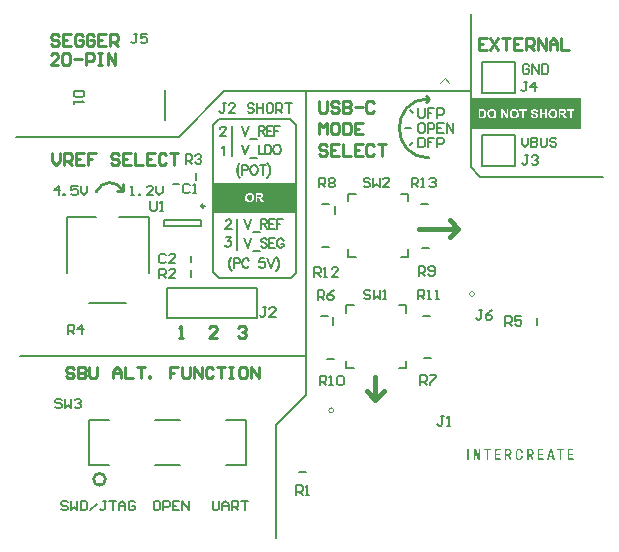
<source format=gto>
G04*
G04 #@! TF.GenerationSoftware,Altium Limited,Altium Designer,24.10.1 (45)*
G04*
G04 Layer_Color=65535*
%FSLAX44Y44*%
%MOMM*%
G71*
G04*
G04 #@! TF.SameCoordinates,D858BCDD-2960-4CD3-B1C5-A937537348C7*
G04*
G04*
G04 #@! TF.FilePolarity,Positive*
G04*
G01*
G75*
%ADD10C,0.2540*%
%ADD11C,0.2500*%
%ADD12C,0.1000*%
%ADD13C,0.1524*%
%ADD14C,0.2000*%
%ADD15C,0.1270*%
%ADD16C,0.1500*%
%ADD17C,0.4500*%
G36*
X472250Y304196D02*
X379750D01*
Y321390D01*
X472250D01*
Y304196D01*
D02*
G37*
G36*
Y295000D02*
X379750D01*
Y304196D01*
X472250D01*
Y295000D01*
D02*
G37*
G36*
X230500Y233196D02*
Y224000D01*
X161000D01*
Y233196D01*
Y249390D01*
X230500D01*
Y233196D01*
D02*
G37*
G36*
X420489Y24331D02*
X421155Y24164D01*
X421822Y23748D01*
X421905D01*
X421988Y23664D01*
X422322Y23248D01*
X422655Y22665D01*
X422821Y21915D01*
Y21582D01*
Y21498D01*
Y21415D01*
X422738Y21332D01*
X422571Y21248D01*
X421738D01*
X421655Y21332D01*
X421572Y21415D01*
X421488Y21582D01*
Y21748D01*
Y21832D01*
X421405Y22165D01*
X421238Y22498D01*
X420905Y22831D01*
X420822Y22915D01*
X420655Y23081D01*
X420322Y23165D01*
X419905Y23248D01*
X419739D01*
X419406Y23165D01*
X418989Y23081D01*
X418572Y22831D01*
X418489Y22748D01*
X418322Y22581D01*
X418156Y22248D01*
X418073Y21832D01*
Y21748D01*
Y21498D01*
Y21082D01*
X417989Y20582D01*
Y19999D01*
Y19249D01*
X418073Y17749D01*
Y17666D01*
X418156Y17333D01*
X418322Y16999D01*
X418572Y16666D01*
X418656Y16583D01*
X418906Y16500D01*
X419239Y16333D01*
X419739Y16250D01*
X419822D01*
X420155Y16333D01*
X420489Y16416D01*
X420905Y16666D01*
X420989Y16750D01*
X421155Y16999D01*
X421405Y17333D01*
X421488Y17749D01*
Y17999D01*
Y18082D01*
Y18166D01*
X421572Y18249D01*
X421738Y18333D01*
X422738D01*
X422821Y18166D01*
Y17999D01*
Y17666D01*
Y17583D01*
Y17499D01*
X422655Y16999D01*
X422405Y16416D01*
X421905Y15750D01*
X421738Y15667D01*
X421322Y15417D01*
X420655Y15083D01*
X419822Y15000D01*
X419655D01*
X419072Y15083D01*
X418406Y15333D01*
X417656Y15750D01*
X417489Y15916D01*
X417239Y16333D01*
X416906Y16916D01*
X416740Y17666D01*
Y17749D01*
Y17999D01*
Y18416D01*
Y18999D01*
Y19582D01*
Y20249D01*
Y21748D01*
Y21832D01*
Y21915D01*
X416906Y22415D01*
X417156Y22998D01*
X417656Y23581D01*
X417739D01*
X417823Y23748D01*
X418239Y23998D01*
X418906Y24248D01*
X419739Y24414D01*
X419989D01*
X420489Y24331D01*
D02*
G37*
G36*
X386914Y24248D02*
Y24081D01*
Y15333D01*
Y15250D01*
X386831Y15167D01*
X386664Y15083D01*
X385414D01*
X385248Y15250D01*
X382665Y21832D01*
X382498D01*
Y15250D01*
Y15167D01*
X382332Y15083D01*
X382165Y15000D01*
X381499D01*
X381415Y15083D01*
X381332Y15250D01*
Y23998D01*
Y24081D01*
Y24164D01*
X381415Y24248D01*
X382832D01*
X382915Y24164D01*
Y24081D01*
X385581Y17499D01*
X385664Y17416D01*
X385747D01*
X385831Y17499D01*
Y24081D01*
Y24164D01*
Y24248D01*
X385914Y24331D01*
X386831D01*
X386914Y24248D01*
D02*
G37*
G36*
X429820Y24331D02*
X430486Y24164D01*
X431069Y23748D01*
X431236Y23664D01*
X431486Y23248D01*
X431902Y22665D01*
X432152Y21915D01*
Y21748D01*
X432069Y21332D01*
X431986Y20832D01*
X431736Y20249D01*
X431652Y20165D01*
X431403Y19915D01*
X431069Y19582D01*
X430569Y19249D01*
X430486D01*
X430319Y19082D01*
X430236Y18999D01*
X430319Y18832D01*
X431902Y15500D01*
Y15417D01*
Y15333D01*
X431736Y15167D01*
X430736D01*
X430653Y15250D01*
X430569Y15417D01*
X428986Y18749D01*
Y18832D01*
X428820D01*
X428653Y18916D01*
X427987Y18832D01*
X427903D01*
X427820Y18749D01*
Y15417D01*
Y15333D01*
X427737Y15250D01*
X427570Y15167D01*
X426654D01*
X426570Y15250D01*
X426487Y15417D01*
Y24164D01*
Y24248D01*
Y24331D01*
X426570Y24414D01*
X429320D01*
X429820Y24331D01*
D02*
G37*
G36*
X411158D02*
X411824Y24164D01*
X412491Y23748D01*
X412657Y23664D01*
X412907Y23248D01*
X413241Y22665D01*
X413407Y21915D01*
Y21748D01*
Y21332D01*
X413241Y20832D01*
X412990Y20249D01*
X412907Y20165D01*
X412657Y19915D01*
X412324Y19582D01*
X411824Y19249D01*
X411741D01*
X411657Y19082D01*
X411574Y18999D01*
X411657Y18832D01*
X413241Y15500D01*
X413324Y15417D01*
X413241Y15333D01*
X413157Y15167D01*
X412074D01*
X411991Y15250D01*
X411908Y15417D01*
X410408Y18749D01*
X410325Y18832D01*
X410158Y18916D01*
X409241Y18832D01*
X409158D01*
X409075Y18749D01*
Y15417D01*
Y15333D01*
X408992Y15250D01*
X408825Y15167D01*
X407992D01*
X407909Y15250D01*
X407825Y15417D01*
Y24164D01*
Y24248D01*
X407909Y24331D01*
X407992Y24414D01*
X410658D01*
X411158Y24331D01*
D02*
G37*
G36*
X465727Y24248D02*
Y24081D01*
Y23414D01*
Y23331D01*
Y23248D01*
X465644Y23165D01*
X465477Y23081D01*
X462395D01*
X462311Y22998D01*
Y20582D01*
X462395D01*
Y20499D01*
X465560D01*
X465644Y20415D01*
Y20249D01*
Y19499D01*
Y19416D01*
X465560Y19332D01*
X465394Y19249D01*
X462395D01*
X462311Y19166D01*
X462228Y16416D01*
Y16333D01*
X462311Y16250D01*
X462395Y16333D01*
X465810D01*
X465894Y16250D01*
X465977Y16083D01*
Y15333D01*
X465894Y15250D01*
X465810Y15167D01*
X465560Y15083D01*
X461145D01*
X460978Y15167D01*
X460895Y15333D01*
Y24081D01*
Y24164D01*
X460978Y24248D01*
X461062Y24331D01*
X465644D01*
X465727Y24248D01*
D02*
G37*
G36*
X457729D02*
Y24081D01*
Y23414D01*
Y23331D01*
Y23248D01*
X457646Y23165D01*
X457479Y23081D01*
X455480D01*
Y22998D01*
Y22831D01*
Y22665D01*
Y22332D01*
Y21832D01*
Y21165D01*
Y20249D01*
Y19166D01*
Y15333D01*
Y15250D01*
X455396Y15167D01*
X455230Y15083D01*
X454397D01*
X454313Y15167D01*
X454230Y15333D01*
Y22998D01*
Y23081D01*
X452397D01*
X452314Y23165D01*
X452230Y23248D01*
X452147Y23414D01*
Y24081D01*
Y24164D01*
Y24248D01*
X452230Y24331D01*
X457646D01*
X457729Y24248D01*
D02*
G37*
G36*
X447482Y24164D02*
X449981Y15333D01*
Y15250D01*
X449814Y15167D01*
X449648Y15083D01*
X448898D01*
X448648Y15250D01*
X447982Y17249D01*
X447898Y17333D01*
X447732Y17416D01*
X445482D01*
X445316Y17249D01*
X444732Y15250D01*
Y15167D01*
X444649Y15083D01*
X443733D01*
X443649Y15167D01*
X443566Y15250D01*
X443483Y15333D01*
X445982Y24164D01*
Y24248D01*
X446065Y24331D01*
X447315D01*
X447482Y24164D01*
D02*
G37*
G36*
X440317Y24248D02*
X440400Y24081D01*
Y23414D01*
Y23331D01*
Y23248D01*
X440234Y23165D01*
X440067Y23081D01*
X436984D01*
X436735Y22998D01*
Y20582D01*
Y20499D01*
X439984D01*
X440067Y20415D01*
Y20249D01*
Y19499D01*
Y19416D01*
X439984Y19332D01*
X439817Y19249D01*
X436735D01*
Y19166D01*
Y16416D01*
X436984D01*
Y16333D01*
Y16250D01*
X437068Y16333D01*
X440400D01*
X440484Y16250D01*
Y16083D01*
Y15333D01*
Y15250D01*
X440400Y15167D01*
X440234Y15083D01*
X435735D01*
X435651Y15167D01*
X435568Y15333D01*
Y24081D01*
Y24164D01*
Y24248D01*
X435651Y24331D01*
X440234D01*
X440317Y24248D01*
D02*
G37*
G36*
X404076D02*
Y24081D01*
Y23414D01*
Y23331D01*
Y23248D01*
X403993Y23165D01*
X403826Y23081D01*
X400660D01*
X400494Y22998D01*
Y20582D01*
Y20499D01*
X403743D01*
X403826Y20415D01*
Y20249D01*
Y19499D01*
Y19416D01*
X403743Y19332D01*
X403576Y19249D01*
X400577D01*
X400410Y19166D01*
Y16416D01*
X400577D01*
Y16333D01*
Y16250D01*
X400660Y16333D01*
X403993D01*
X404076Y16250D01*
Y16083D01*
Y15333D01*
Y15250D01*
X403993Y15167D01*
X403826Y15083D01*
X399411D01*
X399327Y15167D01*
X399244Y15333D01*
Y24081D01*
Y24164D01*
Y24248D01*
X399327Y24331D01*
X403993D01*
X404076Y24248D01*
D02*
G37*
G36*
X395912D02*
Y24081D01*
Y23414D01*
Y23331D01*
Y23248D01*
X395828Y23165D01*
X395662Y23081D01*
X393745D01*
Y22998D01*
Y22831D01*
Y22665D01*
Y22332D01*
Y21832D01*
Y21165D01*
Y20249D01*
Y19166D01*
Y15333D01*
Y15250D01*
X393579Y15167D01*
X393412Y15083D01*
X392579D01*
X392496Y15167D01*
X392412Y15333D01*
Y22998D01*
Y23081D01*
X390580D01*
X390496Y23165D01*
X390330Y23248D01*
X390246Y23414D01*
Y24081D01*
Y24164D01*
X390330Y24248D01*
X390413Y24331D01*
X395828D01*
X395912Y24248D01*
D02*
G37*
G36*
X377166D02*
Y24081D01*
Y15333D01*
Y15250D01*
X377083Y15167D01*
X376916Y15083D01*
X376083D01*
X376000Y15167D01*
Y15333D01*
Y24081D01*
Y24164D01*
Y24248D01*
X376083Y24331D01*
X377083D01*
X377166Y24248D01*
D02*
G37*
%LPC*%
G36*
X432841Y312125D02*
X432742D01*
X432581Y312120D01*
X432426Y312114D01*
X432276Y312103D01*
X432132Y312081D01*
X432000Y312064D01*
X431878Y312042D01*
X431762Y312015D01*
X431656Y311992D01*
X431562Y311965D01*
X431479Y311943D01*
X431407Y311915D01*
X431346Y311898D01*
X431302Y311882D01*
X431263Y311865D01*
X431241Y311860D01*
X431235Y311854D01*
X431119Y311804D01*
X431014Y311743D01*
X430914Y311682D01*
X430820Y311622D01*
X430737Y311555D01*
X430660Y311494D01*
X430588Y311428D01*
X430521Y311367D01*
X430466Y311306D01*
X430416Y311256D01*
X430372Y311206D01*
X430338Y311162D01*
X430311Y311129D01*
X430294Y311101D01*
X430283Y311084D01*
X430277Y311079D01*
X430222Y310985D01*
X430172Y310885D01*
X430128Y310791D01*
X430089Y310691D01*
X430056Y310597D01*
X430028Y310509D01*
X430012Y310420D01*
X429990Y310343D01*
X429978Y310265D01*
X429967Y310193D01*
X429962Y310132D01*
X429956Y310082D01*
X429951Y310038D01*
Y310010D01*
Y309988D01*
Y309982D01*
X429956Y309816D01*
X429978Y309656D01*
X430017Y309501D01*
X430061Y309357D01*
X430111Y309224D01*
X430172Y309097D01*
X430239Y308980D01*
X430305Y308875D01*
X430366Y308775D01*
X430433Y308692D01*
X430493Y308615D01*
X430543Y308554D01*
X430588Y308510D01*
X430626Y308471D01*
X430648Y308449D01*
X430654Y308443D01*
X430759Y308360D01*
X430876Y308283D01*
X431003Y308205D01*
X431141Y308133D01*
X431280Y308067D01*
X431429Y308006D01*
X431573Y307950D01*
X431717Y307895D01*
X431850Y307851D01*
X431977Y307806D01*
X432094Y307768D01*
X432199Y307740D01*
X432282Y307718D01*
X432315Y307707D01*
X432343Y307701D01*
X432365Y307690D01*
X432382D01*
X432393Y307685D01*
X432398D01*
X432570Y307640D01*
X432730Y307602D01*
X432874Y307568D01*
X433002Y307535D01*
X433118Y307502D01*
X433218Y307474D01*
X433306Y307452D01*
X433384Y307430D01*
X433445Y307413D01*
X433500Y307397D01*
X433544Y307380D01*
X433583Y307369D01*
X433605Y307363D01*
X433628Y307358D01*
X433633Y307352D01*
X433639D01*
X433711Y307325D01*
X433777Y307297D01*
X433893Y307242D01*
X433993Y307181D01*
X434071Y307131D01*
X434126Y307081D01*
X434165Y307048D01*
X434192Y307026D01*
X434198Y307015D01*
X434253Y306943D01*
X434292Y306865D01*
X434320Y306788D01*
X434336Y306716D01*
X434353Y306649D01*
X434358Y306599D01*
Y306566D01*
Y306561D01*
Y306555D01*
X434353Y306478D01*
X434342Y306400D01*
X434325Y306334D01*
X434297Y306262D01*
X434237Y306140D01*
X434170Y306029D01*
X434131Y305985D01*
X434098Y305940D01*
X434065Y305907D01*
X434037Y305874D01*
X434010Y305852D01*
X433993Y305835D01*
X433982Y305824D01*
X433976Y305819D01*
X433904Y305763D01*
X433821Y305713D01*
X433733Y305675D01*
X433644Y305636D01*
X433550Y305608D01*
X433456Y305581D01*
X433273Y305542D01*
X433190Y305531D01*
X433107Y305520D01*
X433035Y305514D01*
X432974Y305508D01*
X432924Y305503D01*
X432852D01*
X432725Y305508D01*
X432603Y305520D01*
X432487Y305536D01*
X432376Y305558D01*
X432276Y305586D01*
X432188Y305614D01*
X432099Y305647D01*
X432027Y305680D01*
X431955Y305713D01*
X431900Y305747D01*
X431844Y305774D01*
X431806Y305802D01*
X431772Y305824D01*
X431750Y305841D01*
X431734Y305852D01*
X431728Y305857D01*
X431656Y305929D01*
X431584Y306007D01*
X431523Y306090D01*
X431468Y306178D01*
X431418Y306273D01*
X431374Y306367D01*
X431296Y306549D01*
X431269Y306632D01*
X431246Y306710D01*
X431224Y306782D01*
X431208Y306849D01*
X431197Y306898D01*
X431186Y306937D01*
X431180Y306959D01*
Y306970D01*
X429674Y306826D01*
X429707Y306594D01*
X429757Y306372D01*
X429812Y306167D01*
X429884Y305974D01*
X429956Y305802D01*
X430034Y305641D01*
X430111Y305492D01*
X430194Y305364D01*
X430272Y305248D01*
X430344Y305149D01*
X430416Y305060D01*
X430477Y304993D01*
X430527Y304938D01*
X430565Y304899D01*
X430588Y304872D01*
X430599Y304866D01*
X430754Y304750D01*
X430920Y304645D01*
X431097Y304556D01*
X431280Y304479D01*
X431463Y304412D01*
X431651Y304362D01*
X431833Y304318D01*
X432011Y304279D01*
X432177Y304251D01*
X432332Y304229D01*
X432476Y304218D01*
X432598Y304207D01*
X432647Y304202D01*
X432697D01*
X432736Y304196D01*
X429674D01*
X435903D01*
X432836D01*
X433018Y304202D01*
X433196Y304207D01*
X433362Y304224D01*
X433517Y304240D01*
X433661Y304263D01*
X433799Y304285D01*
X433927Y304307D01*
X434043Y304335D01*
X434142Y304362D01*
X434237Y304384D01*
X434314Y304407D01*
X434375Y304429D01*
X434430Y304445D01*
X434469Y304462D01*
X434491Y304468D01*
X434497Y304473D01*
X434619Y304528D01*
X434735Y304589D01*
X434840Y304656D01*
X434940Y304728D01*
X435034Y304794D01*
X435117Y304866D01*
X435195Y304938D01*
X435266Y305005D01*
X435327Y305071D01*
X435383Y305132D01*
X435427Y305187D01*
X435466Y305232D01*
X435494Y305270D01*
X435516Y305304D01*
X435527Y305320D01*
X435532Y305326D01*
X435599Y305436D01*
X435654Y305542D01*
X435704Y305652D01*
X435748Y305763D01*
X435782Y305868D01*
X435815Y305968D01*
X435837Y306068D01*
X435859Y306162D01*
X435870Y306245D01*
X435881Y306322D01*
X435892Y306389D01*
X435898Y306450D01*
X435903Y306494D01*
Y306561D01*
X435898Y306693D01*
X435892Y306821D01*
X435876Y306943D01*
X435854Y307059D01*
X435831Y307164D01*
X435804Y307264D01*
X435776Y307358D01*
X435748Y307441D01*
X435721Y307519D01*
X435693Y307585D01*
X435665Y307640D01*
X435643Y307690D01*
X435621Y307729D01*
X435604Y307757D01*
X435599Y307773D01*
X435593Y307779D01*
X435532Y307867D01*
X435471Y307956D01*
X435333Y308111D01*
X435261Y308183D01*
X435189Y308244D01*
X435122Y308305D01*
X435056Y308355D01*
X434990Y308404D01*
X434934Y308443D01*
X434879Y308476D01*
X434835Y308510D01*
X434796Y308532D01*
X434768Y308548D01*
X434752Y308554D01*
X434746Y308559D01*
X434641Y308615D01*
X434519Y308665D01*
X434392Y308720D01*
X434259Y308770D01*
X433982Y308864D01*
X433843Y308903D01*
X433711Y308947D01*
X433583Y308980D01*
X433467Y309014D01*
X433356Y309041D01*
X433262Y309069D01*
X433185Y309086D01*
X433129Y309102D01*
X433107Y309108D01*
X433090D01*
X433085Y309113D01*
X433079D01*
X432880Y309163D01*
X432692Y309213D01*
X432531Y309257D01*
X432382Y309307D01*
X432249Y309351D01*
X432132Y309396D01*
X432033Y309434D01*
X431944Y309473D01*
X431872Y309506D01*
X431811Y309534D01*
X431762Y309562D01*
X431723Y309584D01*
X431689Y309606D01*
X431673Y309617D01*
X431662Y309628D01*
X431656D01*
X431579Y309706D01*
X431523Y309783D01*
X431485Y309861D01*
X431457Y309933D01*
X431440Y309999D01*
X431435Y310049D01*
X431429Y310082D01*
Y310088D01*
Y310093D01*
X431435Y310149D01*
X431440Y310198D01*
X431468Y310293D01*
X431507Y310370D01*
X431551Y310437D01*
X431595Y310492D01*
X431634Y310531D01*
X431662Y310558D01*
X431673Y310564D01*
X431750Y310614D01*
X431828Y310658D01*
X431911Y310697D01*
X432000Y310730D01*
X432177Y310780D01*
X432343Y310813D01*
X432426Y310824D01*
X432498Y310830D01*
X432564Y310835D01*
X432620Y310841D01*
X432664Y310846D01*
X432847D01*
X432963Y310835D01*
X433063Y310824D01*
X433157Y310808D01*
X433245Y310785D01*
X433329Y310763D01*
X433400Y310741D01*
X433467Y310719D01*
X433522Y310691D01*
X433572Y310669D01*
X433616Y310647D01*
X433650Y310625D01*
X433677Y310608D01*
X433694Y310597D01*
X433705Y310592D01*
X433711Y310586D01*
X433772Y310536D01*
X433821Y310475D01*
X433915Y310343D01*
X433987Y310204D01*
X434048Y310066D01*
X434071Y309999D01*
X434087Y309938D01*
X434104Y309883D01*
X434115Y309833D01*
X434126Y309794D01*
X434131Y309767D01*
X434137Y309744D01*
Y309739D01*
X435682Y309805D01*
X435665Y309999D01*
X435638Y310182D01*
X435599Y310354D01*
X435543Y310514D01*
X435488Y310664D01*
X435422Y310802D01*
X435355Y310929D01*
X435283Y311040D01*
X435211Y311145D01*
X435145Y311234D01*
X435084Y311311D01*
X435028Y311372D01*
X434979Y311422D01*
X434945Y311461D01*
X434923Y311483D01*
X434912Y311489D01*
X434768Y311599D01*
X434613Y311699D01*
X434441Y311782D01*
X434270Y311860D01*
X434087Y311921D01*
X433904Y311970D01*
X433727Y312015D01*
X433555Y312048D01*
X433389Y312070D01*
X433240Y312092D01*
X433102Y312109D01*
X432980Y312114D01*
X432924Y312120D01*
X432880D01*
X432841Y312125D01*
D02*
G37*
G36*
X443334Y311998D02*
X440272D01*
X441789D01*
Y308980D01*
X438755D01*
Y311998D01*
X437210D01*
Y304335D01*
X440272D01*
X438755D01*
Y307685D01*
X441789D01*
Y304335D01*
X443334D01*
Y311998D01*
D02*
G37*
G36*
X391883D02*
X385459D01*
Y304335D01*
X388521D01*
X388671Y304340D01*
X388809Y304351D01*
X388942Y304362D01*
X389064Y304373D01*
X389180Y304384D01*
X389280Y304401D01*
X389374Y304418D01*
X389457Y304429D01*
X389529Y304445D01*
X389596Y304456D01*
X389646Y304473D01*
X389684Y304479D01*
X389717Y304490D01*
X389734Y304495D01*
X389740D01*
X389867Y304540D01*
X389983Y304584D01*
X390094Y304634D01*
X390199Y304683D01*
X390293Y304733D01*
X390382Y304783D01*
X390465Y304833D01*
X390537Y304883D01*
X390603Y304927D01*
X390659Y304971D01*
X390709Y305005D01*
X390753Y305038D01*
X390781Y305065D01*
X390808Y305088D01*
X390819Y305099D01*
X390825Y305104D01*
X390925Y305204D01*
X391013Y305315D01*
X391096Y305425D01*
X391179Y305536D01*
X391251Y305652D01*
X391318Y305763D01*
X391379Y305874D01*
X391434Y305979D01*
X391484Y306079D01*
X391528Y306167D01*
X391561Y306250D01*
X391589Y306322D01*
X391617Y306378D01*
X391633Y306422D01*
X391639Y306450D01*
X391645Y306461D01*
X391689Y306594D01*
X391722Y306727D01*
X391783Y307003D01*
X391827Y307275D01*
X391838Y307408D01*
X391855Y307530D01*
X391860Y307646D01*
X391871Y307751D01*
X391877Y307851D01*
Y307928D01*
X391883Y307995D01*
Y305315D01*
Y308288D01*
X391871Y308476D01*
X391860Y308659D01*
X391844Y308825D01*
X391822Y308986D01*
X391800Y309135D01*
X391777Y309274D01*
X391755Y309401D01*
X391733Y309512D01*
X391711Y309611D01*
X391689Y309695D01*
X391667Y309767D01*
X391650Y309827D01*
X391639Y309866D01*
X391633Y309894D01*
X391628Y309900D01*
X391578Y310032D01*
X391523Y310165D01*
X391467Y310287D01*
X391406Y310403D01*
X391345Y310514D01*
X391284Y310614D01*
X391229Y310708D01*
X391168Y310797D01*
X391113Y310874D01*
X391063Y310940D01*
X391019Y311001D01*
X390975Y311051D01*
X390941Y311090D01*
X390919Y311118D01*
X390902Y311134D01*
X390897Y311140D01*
X390803Y311234D01*
X390709Y311317D01*
X390609Y311395D01*
X390515Y311467D01*
X390415Y311527D01*
X390321Y311588D01*
X390227Y311638D01*
X390138Y311688D01*
X390055Y311727D01*
X389978Y311760D01*
X389911Y311788D01*
X389850Y311810D01*
X389806Y311826D01*
X389767Y311838D01*
X389745Y311849D01*
X389740D01*
X389640Y311876D01*
X389535Y311898D01*
X389418Y311921D01*
X389302Y311937D01*
X389059Y311959D01*
X388942Y311970D01*
X388826Y311982D01*
X388715Y311987D01*
X388616Y311992D01*
X388521D01*
X388438Y311998D01*
X391883D01*
D01*
D02*
G37*
G36*
X466541Y311998D02*
X460450D01*
Y310702D01*
X462725D01*
Y304335D01*
X460450D01*
X464270D01*
Y310702D01*
X466541D01*
Y305121D01*
Y311998D01*
D02*
G37*
G36*
X426102Y311998D02*
X420011D01*
Y310702D01*
X422287D01*
Y304335D01*
X420011D01*
X423832D01*
Y310702D01*
X426102D01*
Y305088D01*
Y311998D01*
D02*
G37*
G36*
X415692Y312125D02*
X415615D01*
X415443Y312120D01*
X415277Y312114D01*
X415117Y312098D01*
X414962Y312076D01*
X414818Y312054D01*
X414679Y312031D01*
X414557Y312004D01*
X414441Y311976D01*
X414336Y311943D01*
X414242Y311915D01*
X414159Y311893D01*
X414092Y311871D01*
X414037Y311849D01*
X413998Y311832D01*
X413976Y311826D01*
X413965Y311821D01*
X413865Y311777D01*
X413766Y311727D01*
X413583Y311616D01*
X413411Y311500D01*
X413334Y311444D01*
X413262Y311389D01*
X413201Y311339D01*
X413140Y311289D01*
X413090Y311245D01*
X413046Y311206D01*
X413013Y311173D01*
X412990Y311151D01*
X412974Y311134D01*
X412968Y311129D01*
X412808Y310951D01*
X412669Y310769D01*
X412547Y310592D01*
X412448Y310431D01*
X412403Y310354D01*
X412365Y310287D01*
X412331Y310226D01*
X412309Y310176D01*
X412287Y310132D01*
X412271Y310104D01*
X412265Y310082D01*
X412259Y310077D01*
X412198Y309922D01*
X412143Y309767D01*
X412099Y309601D01*
X412060Y309434D01*
X412027Y309274D01*
X411994Y309108D01*
X411972Y308953D01*
X411955Y308798D01*
X411938Y308659D01*
X411927Y308526D01*
X411922Y308410D01*
X411916Y308310D01*
X411911Y308227D01*
Y308116D01*
X411916Y307945D01*
X411922Y307784D01*
X411955Y307469D01*
X412005Y307170D01*
X412066Y306893D01*
X412143Y306638D01*
X412232Y306400D01*
X412320Y306184D01*
X412415Y305990D01*
X412509Y305819D01*
X412553Y305741D01*
X412597Y305669D01*
X412641Y305603D01*
X412686Y305542D01*
X412725Y305486D01*
X412763Y305436D01*
X412797Y305392D01*
X412824Y305353D01*
X412852Y305320D01*
X412874Y305292D01*
X412896Y305270D01*
X412907Y305254D01*
X412918Y305248D01*
Y305243D01*
X413013Y305149D01*
X413118Y305060D01*
X413217Y304977D01*
X413323Y304899D01*
X413544Y304761D01*
X413771Y304639D01*
X413998Y304540D01*
X414220Y304456D01*
X414441Y304384D01*
X414657Y304335D01*
X414856Y304290D01*
X415045Y304257D01*
X415128Y304246D01*
X415211Y304235D01*
X415283Y304224D01*
X415355Y304218D01*
X415416Y304213D01*
X415471Y304207D01*
X415521D01*
X415560Y304202D01*
X411911D01*
D01*
X419347D01*
Y304938D01*
Y304202D01*
X415637D01*
X415792Y304207D01*
X415947Y304213D01*
X416241Y304246D01*
X416512Y304296D01*
X416772Y304368D01*
X417010Y304445D01*
X417232Y304534D01*
X417437Y304628D01*
X417620Y304728D01*
X417780Y304822D01*
X417924Y304916D01*
X418051Y305005D01*
X418151Y305088D01*
X418195Y305121D01*
X418229Y305154D01*
X418262Y305182D01*
X418289Y305204D01*
X418306Y305221D01*
X418323Y305237D01*
X418328Y305243D01*
X418334Y305248D01*
X418428Y305348D01*
X418511Y305453D01*
X418594Y305564D01*
X418666Y305675D01*
X418804Y305907D01*
X418921Y306145D01*
X419020Y306383D01*
X419098Y306627D01*
X419164Y306865D01*
X419220Y307092D01*
X419264Y307308D01*
X419292Y307507D01*
X419308Y307602D01*
X419314Y307690D01*
X419325Y307768D01*
X419330Y307845D01*
X419336Y307912D01*
X419342Y307973D01*
Y308022D01*
X419347Y308067D01*
Y304938D01*
Y308067D01*
Y308321D01*
X419336Y308493D01*
X419303Y308814D01*
X419253Y309113D01*
X419187Y309396D01*
X419109Y309656D01*
X419026Y309900D01*
X418932Y310115D01*
X418838Y310315D01*
X418788Y310403D01*
X418744Y310486D01*
X418694Y310569D01*
X418649Y310641D01*
X418605Y310708D01*
X418566Y310774D01*
X418528Y310830D01*
X418489Y310880D01*
X418456Y310924D01*
X418422Y310963D01*
X418395Y310996D01*
X418372Y311024D01*
X418356Y311046D01*
X418339Y311062D01*
X418334Y311068D01*
X418328Y311073D01*
X418229Y311168D01*
X418129Y311256D01*
X418024Y311345D01*
X417919Y311422D01*
X417697Y311561D01*
X417476Y311682D01*
X417248Y311782D01*
X417021Y311871D01*
X416800Y311937D01*
X416590Y311992D01*
X416390Y312037D01*
X416208Y312070D01*
X416119Y312081D01*
X416041Y312092D01*
X415964Y312103D01*
X415897Y312109D01*
X415831Y312114D01*
X415776Y312120D01*
X415731D01*
X415692Y312125D01*
D02*
G37*
G36*
X460151Y311998D02*
X453268D01*
Y304335D01*
X460151D01*
X459215Y305830D01*
X459115Y305990D01*
X459016Y306140D01*
X458927Y306273D01*
X458844Y306400D01*
X458766Y306511D01*
X458694Y306616D01*
X458628Y306705D01*
X458567Y306782D01*
X458512Y306854D01*
X458467Y306915D01*
X458429Y306965D01*
X458395Y307004D01*
X458368Y307031D01*
X458351Y307053D01*
X458340Y307064D01*
X458335Y307070D01*
X458207Y307197D01*
X458069Y307319D01*
X457930Y307430D01*
X457797Y307530D01*
X457737Y307568D01*
X457681Y307607D01*
X457631Y307640D01*
X457587Y307668D01*
X457554Y307690D01*
X457526Y307707D01*
X457509Y307712D01*
X457504Y307718D01*
X457687Y307751D01*
X457858Y307790D01*
X458019Y307834D01*
X458168Y307889D01*
X458307Y307945D01*
X458429Y308006D01*
X458539Y308061D01*
X458645Y308122D01*
X458733Y308183D01*
X458811Y308238D01*
X458872Y308288D01*
X458927Y308333D01*
X458966Y308371D01*
X458999Y308399D01*
X459016Y308416D01*
X459021Y308421D01*
X459110Y308532D01*
X459187Y308643D01*
X459259Y308764D01*
X459315Y308881D01*
X459364Y309002D01*
X459409Y309119D01*
X459442Y309235D01*
X459470Y309346D01*
X459486Y309451D01*
X459503Y309545D01*
X459514Y309634D01*
X459525Y309706D01*
Y309767D01*
X459530Y309811D01*
Y309839D01*
Y309850D01*
X459525Y309977D01*
X459514Y310093D01*
X459497Y310210D01*
X459481Y310320D01*
X459453Y310425D01*
X459425Y310525D01*
X459392Y310619D01*
X459364Y310702D01*
X459331Y310780D01*
X459298Y310852D01*
X459270Y310907D01*
X459248Y310957D01*
X459226Y310996D01*
X459209Y311029D01*
X459198Y311046D01*
X459193Y311051D01*
X459126Y311145D01*
X459060Y311234D01*
X458988Y311317D01*
X458916Y311389D01*
X458838Y311455D01*
X458766Y311516D01*
X458694Y311572D01*
X458622Y311622D01*
X458556Y311660D01*
X458495Y311694D01*
X458440Y311727D01*
X458395Y311749D01*
X458357Y311765D01*
X458323Y311777D01*
X458307Y311788D01*
X458301D01*
X458190Y311826D01*
X458063Y311860D01*
X457930Y311887D01*
X457792Y311910D01*
X457493Y311948D01*
X457349Y311959D01*
X457205Y311970D01*
X457066Y311982D01*
X456939Y311987D01*
X456823Y311993D01*
X456718D01*
X456635Y311998D01*
X460151D01*
D02*
G37*
G36*
X396661Y312125D02*
X392879D01*
X396584D01*
X396412Y312120D01*
X396246Y312114D01*
X396085Y312098D01*
X395930Y312076D01*
X395786Y312054D01*
X395648Y312031D01*
X395526Y312004D01*
X395410Y311976D01*
X395304Y311943D01*
X395210Y311915D01*
X395127Y311893D01*
X395061Y311871D01*
X395005Y311849D01*
X394967Y311832D01*
X394945Y311826D01*
X394934Y311821D01*
X394834Y311777D01*
X394734Y311727D01*
X394552Y311616D01*
X394380Y311500D01*
X394302Y311444D01*
X394230Y311389D01*
X394169Y311339D01*
X394109Y311289D01*
X394059Y311245D01*
X394014Y311206D01*
X393981Y311173D01*
X393959Y311151D01*
X393942Y311134D01*
X393937Y311129D01*
X393776Y310951D01*
X393638Y310769D01*
X393516Y310592D01*
X393416Y310431D01*
X393372Y310354D01*
X393333Y310287D01*
X393300Y310226D01*
X393278Y310176D01*
X393256Y310132D01*
X393239Y310104D01*
X393234Y310082D01*
X393228Y310077D01*
X393167Y309922D01*
X393112Y309767D01*
X393068Y309601D01*
X393029Y309434D01*
X392995Y309274D01*
X392962Y309108D01*
X392940Y308953D01*
X392924Y308798D01*
X392907Y308659D01*
X392896Y308526D01*
X392890Y308410D01*
X392885Y308310D01*
X392879Y308227D01*
Y308116D01*
X392885Y307945D01*
X392890Y307784D01*
X392924Y307469D01*
X392973Y307170D01*
X393034Y306893D01*
X393112Y306638D01*
X393200Y306400D01*
X393289Y306184D01*
X393383Y305990D01*
X393477Y305819D01*
X393522Y305741D01*
X393566Y305669D01*
X393610Y305603D01*
X393655Y305542D01*
X393693Y305486D01*
X393732Y305436D01*
X393765Y305392D01*
X393793Y305353D01*
X393821Y305320D01*
X393843Y305292D01*
X393865Y305270D01*
X393876Y305254D01*
X393887Y305248D01*
Y305243D01*
X393981Y305149D01*
X394086Y305060D01*
X394186Y304977D01*
X394291Y304899D01*
X394513Y304761D01*
X394740Y304639D01*
X394967Y304540D01*
X395188Y304456D01*
X395410Y304384D01*
X395626Y304335D01*
X395825Y304290D01*
X396013Y304257D01*
X396096Y304246D01*
X396179Y304235D01*
X396251Y304224D01*
X396323Y304218D01*
X396384Y304213D01*
X396440Y304207D01*
X396489D01*
X396528Y304202D01*
X400316D01*
Y304335D01*
Y304202D01*
X396606D01*
X396761Y304207D01*
X396916Y304213D01*
X397209Y304246D01*
X397481Y304296D01*
X397741Y304368D01*
X397979Y304445D01*
X398200Y304534D01*
X398405Y304628D01*
X398588Y304728D01*
X398749Y304822D01*
X398893Y304916D01*
X399020Y305005D01*
X399120Y305088D01*
X399164Y305121D01*
X399197Y305154D01*
X399230Y305182D01*
X399258Y305204D01*
X399275Y305221D01*
X399291Y305237D01*
X399297Y305243D01*
X399302Y305248D01*
X399397Y305348D01*
X399480Y305453D01*
X399563Y305564D01*
X399635Y305675D01*
X399773Y305907D01*
X399889Y306145D01*
X399989Y306383D01*
X400066Y306627D01*
X400133Y306865D01*
X400188Y307092D01*
X400233Y307308D01*
X400260Y307507D01*
X400277Y307602D01*
X400283Y307690D01*
X400294Y307768D01*
X400299Y307845D01*
X400305Y307912D01*
X400310Y307973D01*
Y308022D01*
X400316Y308067D01*
Y304335D01*
Y308067D01*
Y308321D01*
X400305Y308493D01*
X400271Y308814D01*
X400222Y309113D01*
X400155Y309396D01*
X400078Y309656D01*
X399995Y309900D01*
X399900Y310115D01*
X399806Y310315D01*
X399757Y310403D01*
X399712Y310486D01*
X399662Y310569D01*
X399618Y310641D01*
X399574Y310708D01*
X399535Y310774D01*
X399496Y310830D01*
X399457Y310880D01*
X399424Y310924D01*
X399391Y310963D01*
X399363Y310996D01*
X399341Y311024D01*
X399325Y311046D01*
X399308Y311062D01*
X399302Y311068D01*
X399297Y311073D01*
X399197Y311168D01*
X399098Y311256D01*
X398992Y311345D01*
X398887Y311422D01*
X398666Y311561D01*
X398444Y311682D01*
X398217Y311782D01*
X397990Y311871D01*
X397769Y311937D01*
X397558Y311992D01*
X397359Y312037D01*
X397176Y312070D01*
X397088Y312081D01*
X397010Y312092D01*
X396932Y312103D01*
X396866Y312109D01*
X396800Y312114D01*
X396744Y312120D01*
X396700D01*
X396661Y312125D01*
D02*
G37*
G36*
X410587Y311998D02*
X404507D01*
Y304335D01*
X410587D01*
Y311998D01*
D02*
G37*
G36*
X448401Y312125D02*
X448323D01*
X448152Y312120D01*
X447985Y312114D01*
X447825Y312098D01*
X447670Y312076D01*
X447526Y312054D01*
X447387Y312031D01*
X447266Y312004D01*
X447149Y311976D01*
X447044Y311943D01*
X446950Y311915D01*
X446867Y311893D01*
X446800Y311871D01*
X446745Y311849D01*
X446706Y311832D01*
X446684Y311826D01*
X446673Y311821D01*
X446573Y311777D01*
X446474Y311727D01*
X446291Y311616D01*
X446119Y311500D01*
X446042Y311444D01*
X445970Y311389D01*
X445909Y311339D01*
X445848Y311289D01*
X445798Y311245D01*
X445754Y311206D01*
X445721Y311173D01*
X445699Y311151D01*
X445682Y311134D01*
X445676Y311129D01*
X445516Y310951D01*
X445377Y310769D01*
X445256Y310592D01*
X445156Y310431D01*
X445112Y310354D01*
X445073Y310287D01*
X445040Y310226D01*
X445018Y310176D01*
X444995Y310132D01*
X444979Y310104D01*
X444973Y310082D01*
X444968Y310077D01*
X444907Y309922D01*
X444851Y309767D01*
X444807Y309601D01*
X444768Y309434D01*
X444735Y309274D01*
X444702Y309108D01*
X444680Y308953D01*
X444663Y308798D01*
X444646Y308659D01*
X444636Y308526D01*
X444630Y308410D01*
X444624Y308310D01*
X444619Y308227D01*
Y308116D01*
X444624Y307945D01*
X444630Y307784D01*
X444663Y307469D01*
X444713Y307170D01*
X444774Y306893D01*
X444851Y306638D01*
X444940Y306400D01*
X445029Y306184D01*
X445123Y305990D01*
X445217Y305819D01*
X445261Y305741D01*
X445305Y305669D01*
X445350Y305603D01*
X445394Y305542D01*
X445433Y305486D01*
X445472Y305436D01*
X445505Y305392D01*
X445532Y305353D01*
X445560Y305320D01*
X445582Y305292D01*
X445605Y305270D01*
X445616Y305254D01*
X445627Y305248D01*
Y305243D01*
X445721Y305149D01*
X445826Y305060D01*
X445926Y304977D01*
X446031Y304899D01*
X446252Y304761D01*
X446479Y304639D01*
X446706Y304540D01*
X446928Y304456D01*
X447149Y304384D01*
X447365Y304335D01*
X447565Y304290D01*
X447753Y304257D01*
X447836Y304246D01*
X447919Y304235D01*
X447991Y304224D01*
X448063Y304218D01*
X448124Y304213D01*
X448179Y304207D01*
X448229D01*
X448268Y304202D01*
X444619D01*
D01*
X452055D01*
X448345D01*
X448500Y304207D01*
X448656Y304213D01*
X448949Y304246D01*
X449220Y304296D01*
X449481Y304368D01*
X449719Y304445D01*
X449940Y304534D01*
X450145Y304628D01*
X450328Y304728D01*
X450488Y304822D01*
X450632Y304916D01*
X450760Y305005D01*
X450859Y305088D01*
X450904Y305121D01*
X450937Y305154D01*
X450970Y305182D01*
X450998Y305204D01*
X451014Y305221D01*
X451031Y305237D01*
X451036Y305243D01*
X451042Y305248D01*
X451136Y305348D01*
X451219Y305453D01*
X451302Y305564D01*
X451374Y305675D01*
X451513Y305907D01*
X451629Y306145D01*
X451729Y306383D01*
X451806Y306627D01*
X451873Y306865D01*
X451928Y307092D01*
X451972Y307308D01*
X452000Y307507D01*
X452016Y307602D01*
X452022Y307690D01*
X452033Y307768D01*
X452039Y307845D01*
X452044Y307912D01*
X452050Y307973D01*
Y308022D01*
X452055Y308067D01*
Y308321D01*
X452044Y308493D01*
X452011Y308814D01*
X451961Y309113D01*
X451895Y309396D01*
X451817Y309656D01*
X451734Y309900D01*
X451640Y310115D01*
X451546Y310315D01*
X451496Y310403D01*
X451452Y310486D01*
X451402Y310569D01*
X451358Y310641D01*
X451313Y310708D01*
X451275Y310774D01*
X451236Y310830D01*
X451197Y310880D01*
X451164Y310924D01*
X451131Y310963D01*
X451103Y310996D01*
X451081Y311024D01*
X451064Y311046D01*
X451048Y311062D01*
X451042Y311068D01*
X451036Y311073D01*
X450937Y311168D01*
X450837Y311256D01*
X450732Y311345D01*
X450627Y311422D01*
X450405Y311561D01*
X450184Y311682D01*
X449957Y311782D01*
X449730Y311871D01*
X449508Y311937D01*
X449298Y311992D01*
X449098Y312037D01*
X448916Y312070D01*
X448827Y312081D01*
X448750Y312092D01*
X448672Y312103D01*
X448606Y312109D01*
X448539Y312114D01*
X448484Y312120D01*
X448439D01*
X448401Y312125D01*
D02*
G37*
%LPD*%
G36*
X388023Y310697D02*
X388167D01*
X388294Y310691D01*
X388411Y310686D01*
X388516Y310680D01*
X388610Y310669D01*
X388688Y310664D01*
X388760Y310658D01*
X388815Y310647D01*
X388865Y310641D01*
X388904Y310636D01*
X388931Y310630D01*
X388953D01*
X388964Y310625D01*
X388970D01*
X389125Y310581D01*
X389269Y310531D01*
X389391Y310470D01*
X389496Y310409D01*
X389579Y310354D01*
X389612Y310331D01*
X389640Y310309D01*
X389662Y310293D01*
X389679Y310276D01*
X389684Y310271D01*
X389690Y310265D01*
X389790Y310154D01*
X389878Y310038D01*
X389950Y309916D01*
X390017Y309794D01*
X390061Y309689D01*
X390083Y309639D01*
X390100Y309601D01*
X390111Y309567D01*
X390122Y309545D01*
X390127Y309529D01*
Y309523D01*
X390155Y309429D01*
X390183Y309329D01*
X390199Y309218D01*
X390221Y309108D01*
X390249Y308881D01*
X390260Y308770D01*
X390266Y308665D01*
X390277Y308559D01*
X390282Y308465D01*
Y308382D01*
X390288Y308305D01*
Y308244D01*
Y308200D01*
Y308172D01*
Y308161D01*
Y308000D01*
X390282Y307845D01*
X390271Y307701D01*
X390266Y307568D01*
X390249Y307441D01*
X390238Y307330D01*
X390221Y307225D01*
X390210Y307131D01*
X390194Y307042D01*
X390177Y306970D01*
X390166Y306904D01*
X390155Y306854D01*
X390144Y306815D01*
X390133Y306782D01*
X390127Y306765D01*
Y306760D01*
X390100Y306666D01*
X390066Y306583D01*
X390033Y306500D01*
X390000Y306428D01*
X389967Y306361D01*
X389934Y306300D01*
X389900Y306245D01*
X389867Y306195D01*
X389839Y306151D01*
X389812Y306118D01*
X389784Y306084D01*
X389767Y306062D01*
X389745Y306040D01*
X389734Y306029D01*
X389729Y306023D01*
X389723Y306018D01*
X389623Y305940D01*
X389518Y305874D01*
X389418Y305819D01*
X389319Y305780D01*
X389230Y305747D01*
X389192Y305730D01*
X389158Y305719D01*
X389136Y305713D01*
X389114Y305708D01*
X389103Y305702D01*
X389097D01*
X389042Y305691D01*
X388975Y305680D01*
X388832Y305664D01*
X388676Y305647D01*
X388521Y305641D01*
X388450Y305636D01*
X388383D01*
X388322Y305630D01*
X387004D01*
Y310702D01*
X387868D01*
X388023Y310697D01*
D02*
G37*
G36*
X415809Y310797D02*
X415975Y310774D01*
X416130Y310741D01*
X416274Y310702D01*
X416412Y310653D01*
X416540Y310597D01*
X416656Y310536D01*
X416761Y310481D01*
X416855Y310420D01*
X416938Y310359D01*
X417005Y310304D01*
X417066Y310254D01*
X417110Y310215D01*
X417143Y310182D01*
X417165Y310160D01*
X417171Y310154D01*
X417276Y310027D01*
X417365Y309883D01*
X417442Y309733D01*
X417509Y309573D01*
X417564Y309412D01*
X417608Y309246D01*
X417647Y309086D01*
X417680Y308930D01*
X417702Y308781D01*
X417719Y308643D01*
X417736Y308515D01*
X417741Y308404D01*
X417747Y308355D01*
Y308316D01*
X417752Y308277D01*
Y308244D01*
Y308222D01*
Y308205D01*
Y308194D01*
Y308188D01*
X417747Y307945D01*
X417725Y307718D01*
X417697Y307507D01*
X417658Y307314D01*
X417614Y307136D01*
X417564Y306970D01*
X417509Y306821D01*
X417453Y306688D01*
X417398Y306572D01*
X417343Y306472D01*
X417293Y306383D01*
X417248Y306317D01*
X417210Y306262D01*
X417182Y306223D01*
X417160Y306195D01*
X417154Y306190D01*
X417038Y306073D01*
X416916Y305968D01*
X416794Y305879D01*
X416667Y305807D01*
X416540Y305741D01*
X416412Y305686D01*
X416291Y305641D01*
X416169Y305608D01*
X416058Y305581D01*
X415958Y305558D01*
X415864Y305547D01*
X415787Y305536D01*
X415720Y305531D01*
X415670Y305525D01*
X415632D01*
X415460Y305531D01*
X415299Y305553D01*
X415150Y305586D01*
X415000Y305630D01*
X414868Y305680D01*
X414740Y305735D01*
X414624Y305796D01*
X414519Y305863D01*
X414425Y305924D01*
X414341Y305985D01*
X414269Y306040D01*
X414214Y306090D01*
X414164Y306134D01*
X414131Y306167D01*
X414109Y306190D01*
X414103Y306195D01*
X413998Y306328D01*
X413904Y306472D01*
X413826Y306627D01*
X413760Y306788D01*
X413699Y306948D01*
X413649Y307114D01*
X413610Y307275D01*
X413583Y307430D01*
X413555Y307579D01*
X413539Y307718D01*
X413522Y307845D01*
X413516Y307950D01*
X413511Y308044D01*
X413505Y308078D01*
Y308111D01*
Y308133D01*
Y308150D01*
Y308161D01*
Y308166D01*
X413511Y308404D01*
X413533Y308631D01*
X413561Y308842D01*
X413594Y309036D01*
X413638Y309213D01*
X413688Y309373D01*
X413743Y309517D01*
X413799Y309650D01*
X413849Y309767D01*
X413904Y309866D01*
X413954Y309949D01*
X413998Y310021D01*
X414031Y310077D01*
X414065Y310110D01*
X414081Y310138D01*
X414087Y310143D01*
X414203Y310259D01*
X414319Y310359D01*
X414447Y310448D01*
X414574Y310525D01*
X414707Y310586D01*
X414834Y310641D01*
X414962Y310686D01*
X415078Y310719D01*
X415194Y310747D01*
X415299Y310769D01*
X415393Y310780D01*
X415471Y310791D01*
X415537Y310797D01*
X415587Y310802D01*
X415632D01*
X415809Y310797D01*
D02*
G37*
G36*
X456590Y310697D02*
X456696D01*
X456784Y310691D01*
X456934D01*
X456989Y310686D01*
X457033D01*
X457072Y310680D01*
X457100D01*
X457122Y310675D01*
X457144D01*
X457277Y310641D01*
X457393Y310597D01*
X457493Y310547D01*
X457576Y310497D01*
X457642Y310448D01*
X457687Y310409D01*
X457714Y310381D01*
X457725Y310376D01*
Y310370D01*
X457797Y310276D01*
X457847Y310176D01*
X457886Y310071D01*
X457908Y309972D01*
X457925Y309883D01*
X457930Y309850D01*
Y309816D01*
X457936Y309789D01*
Y309767D01*
Y309755D01*
Y309750D01*
X457930Y309628D01*
X457914Y309517D01*
X457886Y309418D01*
X457858Y309335D01*
X457825Y309268D01*
X457803Y309218D01*
X457781Y309185D01*
X457775Y309174D01*
X457714Y309091D01*
X457642Y309025D01*
X457570Y308969D01*
X457504Y308925D01*
X457438Y308892D01*
X457388Y308864D01*
X457354Y308853D01*
X457349Y308847D01*
X457343D01*
X457282Y308831D01*
X457205Y308820D01*
X457111Y308809D01*
X457011Y308798D01*
X456900Y308787D01*
X456784Y308781D01*
X456546Y308770D01*
X456430Y308764D01*
X456219D01*
X456131Y308759D01*
X454813D01*
Y310702D01*
X456469D01*
X456590Y310697D01*
D02*
G37*
G36*
X455311Y307530D02*
X455394D01*
X455466Y307524D01*
X455538Y307513D01*
X455605Y307507D01*
X455660Y307502D01*
X455710Y307491D01*
X455754Y307485D01*
X455793Y307474D01*
X455826Y307469D01*
X455854Y307463D01*
X455870Y307458D01*
X455887Y307452D01*
X455898Y307446D01*
X455992Y307408D01*
X456075Y307358D01*
X456153Y307308D01*
X456225Y307253D01*
X456280Y307203D01*
X456325Y307164D01*
X456352Y307136D01*
X456363Y307125D01*
X456408Y307076D01*
X456463Y307009D01*
X456524Y306937D01*
X456585Y306854D01*
X456651Y306760D01*
X456718Y306666D01*
X456856Y306478D01*
X456922Y306383D01*
X456983Y306295D01*
X457039Y306217D01*
X457089Y306145D01*
X457127Y306084D01*
X457155Y306040D01*
X457177Y306012D01*
X457183Y306001D01*
X458296Y304335D01*
X454813D01*
Y307535D01*
X455217D01*
X455311Y307530D01*
D02*
G37*
G36*
X396777Y310797D02*
X396944Y310774D01*
X397099Y310741D01*
X397243Y310702D01*
X397381Y310653D01*
X397508Y310597D01*
X397625Y310536D01*
X397730Y310481D01*
X397824Y310420D01*
X397907Y310359D01*
X397974Y310304D01*
X398034Y310254D01*
X398079Y310215D01*
X398112Y310182D01*
X398134Y310160D01*
X398140Y310154D01*
X398245Y310027D01*
X398333Y309883D01*
X398411Y309733D01*
X398477Y309573D01*
X398533Y309412D01*
X398577Y309246D01*
X398616Y309086D01*
X398649Y308930D01*
X398671Y308781D01*
X398688Y308643D01*
X398704Y308515D01*
X398710Y308404D01*
X398716Y308355D01*
Y308316D01*
X398721Y308277D01*
Y308244D01*
Y308222D01*
Y308205D01*
Y308194D01*
Y308188D01*
X398716Y307945D01*
X398693Y307718D01*
X398666Y307507D01*
X398627Y307314D01*
X398583Y307136D01*
X398533Y306970D01*
X398477Y306821D01*
X398422Y306688D01*
X398367Y306572D01*
X398311Y306472D01*
X398261Y306383D01*
X398217Y306317D01*
X398178Y306262D01*
X398151Y306223D01*
X398129Y306195D01*
X398123Y306190D01*
X398007Y306073D01*
X397885Y305968D01*
X397763Y305879D01*
X397636Y305807D01*
X397508Y305741D01*
X397381Y305686D01*
X397259Y305641D01*
X397137Y305608D01*
X397027Y305581D01*
X396927Y305558D01*
X396833Y305547D01*
X396755Y305536D01*
X396689Y305531D01*
X396639Y305525D01*
X396600D01*
X396429Y305531D01*
X396268Y305553D01*
X396119Y305586D01*
X395969Y305630D01*
X395836Y305680D01*
X395709Y305735D01*
X395592Y305796D01*
X395487Y305863D01*
X395393Y305924D01*
X395310Y305985D01*
X395238Y306040D01*
X395183Y306090D01*
X395133Y306134D01*
X395100Y306167D01*
X395078Y306190D01*
X395072Y306195D01*
X394967Y306328D01*
X394873Y306472D01*
X394795Y306627D01*
X394729Y306788D01*
X394668Y306948D01*
X394618Y307114D01*
X394579Y307275D01*
X394552Y307430D01*
X394524Y307579D01*
X394507Y307718D01*
X394491Y307845D01*
X394485Y307950D01*
X394479Y308044D01*
X394474Y308078D01*
Y308111D01*
Y308133D01*
Y308150D01*
Y308161D01*
Y308166D01*
X394479Y308404D01*
X394502Y308631D01*
X394529Y308842D01*
X394563Y309036D01*
X394607Y309213D01*
X394657Y309373D01*
X394712Y309517D01*
X394767Y309650D01*
X394817Y309767D01*
X394873Y309866D01*
X394922Y309949D01*
X394967Y310021D01*
X395000Y310077D01*
X395033Y310110D01*
X395050Y310138D01*
X395055Y310143D01*
X395172Y310259D01*
X395288Y310359D01*
X395415Y310448D01*
X395543Y310525D01*
X395676Y310586D01*
X395803Y310641D01*
X395930Y310686D01*
X396046Y310719D01*
X396163Y310747D01*
X396268Y310769D01*
X396362Y310780D01*
X396440Y310791D01*
X396506Y310797D01*
X396556Y310802D01*
X396600D01*
X396777Y310797D01*
D02*
G37*
G36*
X409153Y306865D02*
X406008Y311998D01*
X409153D01*
Y306865D01*
D02*
G37*
G36*
X409037Y304335D02*
X405942D01*
Y309351D01*
X409037Y304335D01*
D02*
G37*
G36*
X448517Y310797D02*
X448683Y310774D01*
X448838Y310741D01*
X448982Y310702D01*
X449121Y310653D01*
X449248Y310597D01*
X449364Y310536D01*
X449469Y310481D01*
X449564Y310420D01*
X449647Y310359D01*
X449713Y310304D01*
X449774Y310254D01*
X449818Y310215D01*
X449851Y310182D01*
X449874Y310160D01*
X449879Y310154D01*
X449984Y310027D01*
X450073Y309883D01*
X450150Y309733D01*
X450217Y309573D01*
X450272Y309412D01*
X450317Y309246D01*
X450355Y309086D01*
X450389Y308930D01*
X450411Y308781D01*
X450427Y308643D01*
X450444Y308515D01*
X450449Y308404D01*
X450455Y308355D01*
Y308316D01*
X450461Y308277D01*
Y308244D01*
Y308222D01*
Y308205D01*
Y308194D01*
Y308188D01*
X450455Y307945D01*
X450433Y307718D01*
X450405Y307507D01*
X450367Y307314D01*
X450322Y307136D01*
X450272Y306970D01*
X450217Y306821D01*
X450162Y306688D01*
X450106Y306572D01*
X450051Y306472D01*
X450001Y306383D01*
X449957Y306317D01*
X449918Y306262D01*
X449890Y306223D01*
X449868Y306195D01*
X449863Y306190D01*
X449746Y306073D01*
X449624Y305968D01*
X449503Y305879D01*
X449375Y305807D01*
X449248Y305741D01*
X449121Y305686D01*
X448999Y305641D01*
X448877Y305608D01*
X448766Y305581D01*
X448666Y305558D01*
X448572Y305547D01*
X448495Y305536D01*
X448428Y305531D01*
X448379Y305525D01*
X448340D01*
X448168Y305531D01*
X448008Y305553D01*
X447858Y305586D01*
X447709Y305630D01*
X447576Y305680D01*
X447448Y305735D01*
X447332Y305796D01*
X447227Y305863D01*
X447133Y305924D01*
X447050Y305985D01*
X446978Y306040D01*
X446922Y306090D01*
X446872Y306134D01*
X446839Y306167D01*
X446817Y306190D01*
X446812Y306195D01*
X446706Y306328D01*
X446612Y306472D01*
X446535Y306627D01*
X446468Y306788D01*
X446407Y306948D01*
X446357Y307114D01*
X446319Y307275D01*
X446291Y307430D01*
X446263Y307579D01*
X446247Y307718D01*
X446230Y307845D01*
X446225Y307950D01*
X446219Y308044D01*
X446214Y308078D01*
Y308111D01*
Y308133D01*
Y308150D01*
Y308161D01*
Y308166D01*
X446219Y308404D01*
X446241Y308631D01*
X446269Y308842D01*
X446302Y309036D01*
X446347Y309213D01*
X446396Y309373D01*
X446452Y309517D01*
X446507Y309650D01*
X446557Y309767D01*
X446612Y309866D01*
X446662Y309949D01*
X446706Y310021D01*
X446740Y310077D01*
X446773Y310110D01*
X446789Y310138D01*
X446795Y310143D01*
X446911Y310259D01*
X447028Y310359D01*
X447155Y310448D01*
X447282Y310525D01*
X447415Y310586D01*
X447542Y310641D01*
X447670Y310686D01*
X447786Y310719D01*
X447902Y310747D01*
X448008Y310769D01*
X448102Y310780D01*
X448179Y310791D01*
X448246Y310797D01*
X448296Y310802D01*
X448340D01*
X448517Y310797D01*
D02*
G37*
%LPC*%
G36*
X203516Y240993D02*
X196633D01*
Y233329D01*
X198178D01*
Y236530D01*
X198582D01*
X198676Y236524D01*
X198759D01*
X198832Y236518D01*
X198903Y236507D01*
X198970Y236502D01*
X199025Y236496D01*
X199075Y236485D01*
X199119Y236480D01*
X199158Y236469D01*
X199191Y236463D01*
X199219Y236458D01*
X199236Y236452D01*
X199252Y236446D01*
X199263Y236441D01*
X199357Y236402D01*
X199440Y236352D01*
X199518Y236303D01*
X199590Y236247D01*
X199645Y236197D01*
X199690Y236159D01*
X199717Y236131D01*
X199729Y236120D01*
X199773Y236070D01*
X199828Y236003D01*
X199889Y235931D01*
X199950Y235849D01*
X200016Y235754D01*
X200083Y235660D01*
X200221Y235472D01*
X200288Y235378D01*
X200349Y235289D01*
X200404Y235212D01*
X200454Y235140D01*
X200493Y235079D01*
X200520Y235035D01*
X200542Y235007D01*
X200548Y234996D01*
X201661Y233329D01*
X203516D01*
X202580Y234824D01*
X202481Y234985D01*
X202381Y235134D01*
X202292Y235267D01*
X202209Y235394D01*
X202132Y235505D01*
X202060Y235610D01*
X201993Y235699D01*
X201932Y235777D01*
X201877Y235849D01*
X201833Y235909D01*
X201794Y235959D01*
X201761Y235998D01*
X201733Y236026D01*
X201716Y236048D01*
X201705Y236059D01*
X201700Y236064D01*
X201572Y236192D01*
X201434Y236314D01*
X201296Y236424D01*
X201163Y236524D01*
X201102Y236563D01*
X201046Y236602D01*
X200996Y236635D01*
X200952Y236662D01*
X200919Y236685D01*
X200891Y236701D01*
X200875Y236707D01*
X200869Y236712D01*
X201052Y236745D01*
X201224Y236784D01*
X201384Y236829D01*
X201534Y236884D01*
X201672Y236939D01*
X201794Y237000D01*
X201905Y237056D01*
X202010Y237117D01*
X202098Y237177D01*
X202176Y237233D01*
X202237Y237283D01*
X202292Y237327D01*
X202331Y237366D01*
X202364Y237393D01*
X202381Y237410D01*
X202386Y237416D01*
X202475Y237526D01*
X202553Y237637D01*
X202624Y237759D01*
X202680Y237875D01*
X202730Y237997D01*
X202774Y238113D01*
X202807Y238230D01*
X202835Y238340D01*
X202852Y238445D01*
X202868Y238540D01*
X202879Y238628D01*
X202890Y238700D01*
Y238761D01*
X202896Y238805D01*
Y238833D01*
Y238844D01*
X202890Y238972D01*
X202879Y239088D01*
X202862Y239204D01*
X202846Y239315D01*
X202818Y239420D01*
X202791Y239520D01*
X202757Y239614D01*
X202730Y239697D01*
X202696Y239774D01*
X202663Y239846D01*
X202635Y239902D01*
X202613Y239951D01*
X202591Y239990D01*
X202575Y240023D01*
X202563Y240040D01*
X202558Y240046D01*
X202491Y240140D01*
X202425Y240228D01*
X202353Y240312D01*
X202281Y240383D01*
X202204Y240450D01*
X202132Y240511D01*
X202060Y240566D01*
X201988Y240616D01*
X201921Y240655D01*
X201860Y240688D01*
X201805Y240721D01*
X201761Y240743D01*
X201722Y240760D01*
X201689Y240771D01*
X201672Y240782D01*
X201667D01*
X201556Y240821D01*
X201428Y240854D01*
X201296Y240882D01*
X201157Y240904D01*
X200858Y240943D01*
X200714Y240954D01*
X200570Y240965D01*
X200432Y240976D01*
X200304Y240982D01*
X200188Y240987D01*
X200083D01*
X200000Y240993D01*
X203516D01*
D02*
G37*
G36*
X191766Y241120D02*
X187984D01*
X191688D01*
X191517Y241114D01*
X191351Y241109D01*
X191190Y241092D01*
X191035Y241070D01*
X190891Y241048D01*
X190753Y241026D01*
X190631Y240998D01*
X190515Y240970D01*
X190409Y240937D01*
X190315Y240910D01*
X190232Y240887D01*
X190166Y240865D01*
X190110Y240843D01*
X190072Y240826D01*
X190049Y240821D01*
X190038Y240815D01*
X189939Y240771D01*
X189839Y240721D01*
X189656Y240611D01*
X189485Y240494D01*
X189407Y240439D01*
X189335Y240383D01*
X189274Y240334D01*
X189213Y240284D01*
X189163Y240240D01*
X189119Y240201D01*
X189086Y240168D01*
X189064Y240145D01*
X189047Y240129D01*
X189042Y240123D01*
X188881Y239946D01*
X188743Y239763D01*
X188621Y239586D01*
X188521Y239426D01*
X188477Y239348D01*
X188438Y239282D01*
X188405Y239221D01*
X188383Y239171D01*
X188361Y239126D01*
X188344Y239099D01*
X188339Y239077D01*
X188333Y239071D01*
X188272Y238916D01*
X188217Y238761D01*
X188172Y238595D01*
X188134Y238429D01*
X188100Y238268D01*
X188067Y238102D01*
X188045Y237947D01*
X188028Y237792D01*
X188012Y237654D01*
X188001Y237521D01*
X187995Y237404D01*
X187990Y237305D01*
X187984Y237222D01*
Y233196D01*
Y237111D01*
X187990Y236939D01*
X187995Y236779D01*
X188028Y236463D01*
X188078Y236164D01*
X188139Y235887D01*
X188217Y235632D01*
X188305Y235394D01*
X188394Y235179D01*
X188488Y234985D01*
X188582Y234813D01*
X188626Y234736D01*
X188671Y234664D01*
X188715Y234597D01*
X188759Y234536D01*
X188798Y234481D01*
X188837Y234431D01*
X188870Y234387D01*
X188898Y234348D01*
X188925Y234315D01*
X188948Y234287D01*
X188970Y234265D01*
X188981Y234248D01*
X188992Y234243D01*
Y234237D01*
X189086Y234143D01*
X189191Y234054D01*
X189291Y233971D01*
X189396Y233894D01*
X189618Y233755D01*
X189845Y233634D01*
X190072Y233534D01*
X190293Y233451D01*
X190515Y233379D01*
X190730Y233329D01*
X190930Y233285D01*
X191118Y233251D01*
X191201Y233241D01*
X191284Y233229D01*
X191356Y233218D01*
X191428Y233213D01*
X191489Y233207D01*
X191544Y233202D01*
X191594D01*
X191633Y233196D01*
X195420D01*
X191711D01*
X191866Y233202D01*
X192021Y233207D01*
X192314Y233241D01*
X192586Y233290D01*
X192846Y233362D01*
X193084Y233440D01*
X193305Y233528D01*
X193510Y233622D01*
X193693Y233722D01*
X193853Y233816D01*
X193997Y233911D01*
X194125Y233999D01*
X194224Y234082D01*
X194269Y234115D01*
X194302Y234149D01*
X194335Y234176D01*
X194363Y234198D01*
X194380Y234215D01*
X194396Y234232D01*
X194402Y234237D01*
X194407Y234243D01*
X194501Y234342D01*
X194584Y234448D01*
X194667Y234558D01*
X194739Y234669D01*
X194878Y234902D01*
X194994Y235140D01*
X195094Y235378D01*
X195171Y235621D01*
X195238Y235860D01*
X195293Y236087D01*
X195338Y236303D01*
X195365Y236502D01*
X195382Y236596D01*
X195387Y236685D01*
X195398Y236762D01*
X195404Y236840D01*
X195410Y236906D01*
X195415Y236967D01*
Y237017D01*
X195420Y237061D01*
Y237316D01*
X195410Y237488D01*
X195376Y237809D01*
X195326Y238108D01*
X195260Y238390D01*
X195182Y238650D01*
X195099Y238894D01*
X195005Y239110D01*
X194911Y239309D01*
X194861Y239398D01*
X194817Y239481D01*
X194767Y239564D01*
X194723Y239636D01*
X194679Y239702D01*
X194640Y239769D01*
X194601Y239824D01*
X194562Y239874D01*
X194529Y239918D01*
X194496Y239957D01*
X194468Y239990D01*
X194446Y240018D01*
X194429Y240040D01*
X194413Y240057D01*
X194407Y240062D01*
X194402Y240068D01*
X194302Y240162D01*
X194202Y240250D01*
X194097Y240339D01*
X193992Y240417D01*
X193771Y240555D01*
X193549Y240677D01*
X193322Y240777D01*
X193095Y240865D01*
X192873Y240932D01*
X192663Y240987D01*
X192464Y241031D01*
X192281Y241064D01*
X192192Y241076D01*
X192115Y241087D01*
X192037Y241098D01*
X191971Y241103D01*
X191904Y241109D01*
X191849Y241114D01*
X191805D01*
X191766Y241120D01*
D02*
G37*
%LPD*%
G36*
X199956Y239691D02*
X200061D01*
X200149Y239686D01*
X200299D01*
X200354Y239680D01*
X200399D01*
X200437Y239675D01*
X200465D01*
X200487Y239669D01*
X200509D01*
X200642Y239636D01*
X200758Y239592D01*
X200858Y239542D01*
X200941Y239492D01*
X201008Y239442D01*
X201052Y239403D01*
X201080Y239376D01*
X201091Y239370D01*
Y239365D01*
X201163Y239270D01*
X201212Y239171D01*
X201251Y239066D01*
X201273Y238966D01*
X201290Y238877D01*
X201296Y238844D01*
Y238811D01*
X201301Y238783D01*
Y238761D01*
Y238750D01*
Y238744D01*
X201296Y238623D01*
X201279Y238512D01*
X201251Y238412D01*
X201224Y238329D01*
X201190Y238263D01*
X201168Y238213D01*
X201146Y238180D01*
X201140Y238169D01*
X201080Y238085D01*
X201008Y238019D01*
X200936Y237964D01*
X200869Y237919D01*
X200803Y237886D01*
X200753Y237859D01*
X200720Y237847D01*
X200714Y237842D01*
X200709D01*
X200648Y237825D01*
X200570Y237814D01*
X200476Y237803D01*
X200376Y237792D01*
X200266Y237781D01*
X200149Y237775D01*
X199911Y237764D01*
X199795Y237759D01*
X199585D01*
X199496Y237753D01*
X198178D01*
Y239697D01*
X199834D01*
X199956Y239691D01*
D02*
G37*
G36*
X191882Y239791D02*
X192048Y239769D01*
X192203Y239736D01*
X192347Y239697D01*
X192486Y239647D01*
X192613Y239592D01*
X192729Y239531D01*
X192835Y239475D01*
X192929Y239414D01*
X193012Y239354D01*
X193078Y239298D01*
X193139Y239248D01*
X193183Y239210D01*
X193217Y239176D01*
X193239Y239154D01*
X193244Y239149D01*
X193350Y239021D01*
X193438Y238877D01*
X193516Y238728D01*
X193582Y238567D01*
X193638Y238407D01*
X193682Y238241D01*
X193721Y238080D01*
X193754Y237925D01*
X193776Y237775D01*
X193793Y237637D01*
X193809Y237510D01*
X193815Y237399D01*
X193820Y237349D01*
Y237310D01*
X193826Y237271D01*
Y237238D01*
Y237216D01*
Y237200D01*
Y237188D01*
Y237183D01*
X193820Y236939D01*
X193798Y236712D01*
X193771Y236502D01*
X193732Y236308D01*
X193687Y236131D01*
X193638Y235965D01*
X193582Y235815D01*
X193527Y235682D01*
X193471Y235566D01*
X193416Y235466D01*
X193366Y235378D01*
X193322Y235311D01*
X193283Y235256D01*
X193256Y235217D01*
X193233Y235189D01*
X193228Y235184D01*
X193111Y235068D01*
X192990Y234963D01*
X192868Y234874D01*
X192740Y234802D01*
X192613Y234736D01*
X192486Y234680D01*
X192364Y234636D01*
X192242Y234603D01*
X192131Y234575D01*
X192032Y234553D01*
X191938Y234542D01*
X191860Y234531D01*
X191794Y234525D01*
X191744Y234520D01*
X191705D01*
X191533Y234525D01*
X191373Y234547D01*
X191223Y234580D01*
X191074Y234625D01*
X190941Y234675D01*
X190814Y234730D01*
X190697Y234791D01*
X190592Y234857D01*
X190498Y234918D01*
X190415Y234979D01*
X190343Y235035D01*
X190288Y235084D01*
X190238Y235129D01*
X190205Y235162D01*
X190182Y235184D01*
X190177Y235189D01*
X190072Y235322D01*
X189977Y235466D01*
X189900Y235621D01*
X189834Y235782D01*
X189773Y235943D01*
X189723Y236109D01*
X189684Y236269D01*
X189656Y236424D01*
X189629Y236574D01*
X189612Y236712D01*
X189595Y236840D01*
X189590Y236945D01*
X189584Y237039D01*
X189579Y237072D01*
Y237105D01*
Y237128D01*
Y237144D01*
Y237155D01*
Y237161D01*
X189584Y237399D01*
X189606Y237626D01*
X189634Y237836D01*
X189667Y238030D01*
X189712Y238207D01*
X189762Y238368D01*
X189817Y238512D01*
X189872Y238645D01*
X189922Y238761D01*
X189977Y238861D01*
X190027Y238944D01*
X190072Y239016D01*
X190105Y239071D01*
X190138Y239104D01*
X190155Y239132D01*
X190160Y239138D01*
X190277Y239254D01*
X190393Y239354D01*
X190520Y239442D01*
X190648Y239520D01*
X190780Y239580D01*
X190908Y239636D01*
X191035Y239680D01*
X191151Y239713D01*
X191268Y239741D01*
X191373Y239763D01*
X191467Y239774D01*
X191544Y239785D01*
X191611Y239791D01*
X191661Y239797D01*
X191705D01*
X191882Y239791D01*
D02*
G37*
%LPC*%
G36*
X429153Y23165D02*
X427987Y23081D01*
X427903D01*
X427820Y22998D01*
Y20165D01*
Y20082D01*
X429236D01*
X429570Y20165D01*
X429903Y20249D01*
X430236Y20499D01*
X430319Y20582D01*
X430486Y20832D01*
X430653Y21165D01*
X430736Y21582D01*
Y21665D01*
X430653Y21998D01*
X430569Y22332D01*
X430236Y22665D01*
X430153Y22748D01*
X429986Y22915D01*
X429570Y23081D01*
X429153Y23165D01*
D02*
G37*
G36*
X410491D02*
X409241Y23081D01*
X409158D01*
X409075Y22998D01*
Y20165D01*
X409158D01*
Y20082D01*
X410574D01*
X410824Y20165D01*
X411158Y20249D01*
X411491Y20499D01*
X411574Y20582D01*
X411741Y20832D01*
X411908Y21165D01*
X411991Y21582D01*
Y21665D01*
X411908Y21998D01*
X411824Y22332D01*
X411491Y22665D01*
X411408Y22748D01*
X411241Y22915D01*
X410908Y23081D01*
X410491Y23165D01*
D02*
G37*
G36*
X446898Y22665D02*
X446815D01*
X446732Y22581D01*
X445816Y18916D01*
Y18832D01*
X445899Y18749D01*
X447648D01*
Y18916D01*
X446898Y22581D01*
Y22665D01*
D02*
G37*
%LPD*%
D10*
X69500Y-1324D02*
G03*
X69500Y-1324I-5000J0D01*
G01*
X343500Y321000D02*
G03*
X343500Y270751I0J-25125D01*
G01*
X84500Y243000D02*
G03*
X61864Y242223I-11136J-5677D01*
G01*
X341000Y318500D02*
X343500Y321000D01*
X341000Y323500D02*
X343500Y321000D01*
X84500Y243000D02*
Y249072D01*
X79500Y243000D02*
X84500D01*
X250540Y318721D02*
Y310390D01*
X252206Y308724D01*
X255538D01*
X257204Y310390D01*
Y318721D01*
X267201Y317055D02*
X265535Y318721D01*
X262203D01*
X260537Y317055D01*
Y315389D01*
X262203Y313723D01*
X265535D01*
X267201Y312057D01*
Y310390D01*
X265535Y308724D01*
X262203D01*
X260537Y310390D01*
X270534Y318721D02*
Y308724D01*
X275532D01*
X277198Y310390D01*
Y312057D01*
X275532Y313723D01*
X270534D01*
X275532D01*
X277198Y315389D01*
Y317055D01*
X275532Y318721D01*
X270534D01*
X280530Y313723D02*
X287195D01*
X297192Y317055D02*
X295525Y318721D01*
X292193D01*
X290527Y317055D01*
Y310390D01*
X292193Y308724D01*
X295525D01*
X297192Y310390D01*
X250540Y290632D02*
Y300629D01*
X253872Y297297D01*
X257204Y300629D01*
Y290632D01*
X265535Y300629D02*
X262203D01*
X260537Y298963D01*
Y292298D01*
X262203Y290632D01*
X265535D01*
X267201Y292298D01*
Y298963D01*
X265535Y300629D01*
X270534D02*
Y290632D01*
X275532D01*
X277198Y292298D01*
Y298963D01*
X275532Y300629D01*
X270534D01*
X287195D02*
X280530D01*
Y290632D01*
X287195D01*
X280530Y295630D02*
X283863D01*
X257204Y280871D02*
X255538Y282537D01*
X252206D01*
X250540Y280871D01*
Y279205D01*
X252206Y277538D01*
X255538D01*
X257204Y275872D01*
Y274206D01*
X255538Y272540D01*
X252206D01*
X250540Y274206D01*
X267201Y282537D02*
X260537D01*
Y272540D01*
X267201D01*
X260537Y277538D02*
X263869D01*
X270534Y282537D02*
Y272540D01*
X277198D01*
X287195Y282537D02*
X280530D01*
Y272540D01*
X287195D01*
X280530Y277538D02*
X283863D01*
X297192Y280871D02*
X295525Y282537D01*
X292193D01*
X290527Y280871D01*
Y274206D01*
X292193Y272540D01*
X295525D01*
X297192Y274206D01*
X300524Y282537D02*
X307188D01*
X303856D01*
Y272540D01*
X392205Y372537D02*
X385540D01*
Y362540D01*
X392205D01*
X385540Y367538D02*
X388872D01*
X395537Y372537D02*
X402201Y362540D01*
Y372537D02*
X395537Y362540D01*
X405534Y372537D02*
X412198D01*
X408866D01*
Y362540D01*
X422195Y372537D02*
X415530D01*
Y362540D01*
X422195D01*
X415530Y367538D02*
X418863D01*
X425527Y362540D02*
Y372537D01*
X430526D01*
X432192Y370871D01*
Y367538D01*
X430526Y365872D01*
X425527D01*
X428859D02*
X432192Y362540D01*
X435524D02*
Y372537D01*
X442188Y362540D01*
Y372537D01*
X445521Y362540D02*
Y369204D01*
X448853Y372537D01*
X452185Y369204D01*
Y362540D01*
Y367538D01*
X445521D01*
X455518Y372537D02*
Y362540D01*
X462182D01*
X29732Y349209D02*
X23067D01*
X29732Y355873D01*
Y357539D01*
X28066Y359206D01*
X24733D01*
X23067Y357539D01*
X33064D02*
X34730Y359206D01*
X38062D01*
X39728Y357539D01*
Y350875D01*
X38062Y349209D01*
X34730D01*
X33064Y350875D01*
Y357539D01*
X43061Y354207D02*
X49725D01*
X53057Y349209D02*
Y359206D01*
X58056D01*
X59722Y357539D01*
Y354207D01*
X58056Y352541D01*
X53057D01*
X63054Y359206D02*
X66386D01*
X64720D01*
Y349209D01*
X63054D01*
X66386D01*
X71385D02*
Y359206D01*
X78049Y349209D01*
Y359206D01*
X30205Y373871D02*
X28538Y375537D01*
X25206D01*
X23540Y373871D01*
Y372205D01*
X25206Y370538D01*
X28538D01*
X30205Y368872D01*
Y367206D01*
X28538Y365540D01*
X25206D01*
X23540Y367206D01*
X40201Y375537D02*
X33537D01*
Y365540D01*
X40201D01*
X33537Y370538D02*
X36869D01*
X50198Y373871D02*
X48532Y375537D01*
X45200D01*
X43534Y373871D01*
Y367206D01*
X45200Y365540D01*
X48532D01*
X50198Y367206D01*
Y370538D01*
X46866D01*
X60195Y373871D02*
X58529Y375537D01*
X55196D01*
X53530Y373871D01*
Y367206D01*
X55196Y365540D01*
X58529D01*
X60195Y367206D01*
Y370538D01*
X56863D01*
X70192Y375537D02*
X63527D01*
Y365540D01*
X70192D01*
X63527Y370538D02*
X66859D01*
X73524Y365540D02*
Y375537D01*
X78522D01*
X80188Y373871D01*
Y370538D01*
X78522Y368872D01*
X73524D01*
X76856D02*
X80188Y365540D01*
X24540Y274537D02*
Y267872D01*
X27872Y264540D01*
X31205Y267872D01*
Y274537D01*
X34537Y264540D02*
Y274537D01*
X39535D01*
X41201Y272871D01*
Y269538D01*
X39535Y267872D01*
X34537D01*
X37869D02*
X41201Y264540D01*
X51198Y274537D02*
X44534D01*
Y264540D01*
X51198D01*
X44534Y269538D02*
X47866D01*
X61195Y274537D02*
X54530D01*
Y269538D01*
X57863D01*
X54530D01*
Y264540D01*
X81188Y272871D02*
X79522Y274537D01*
X76190D01*
X74524Y272871D01*
Y271204D01*
X76190Y269538D01*
X79522D01*
X81188Y267872D01*
Y266206D01*
X79522Y264540D01*
X76190D01*
X74524Y266206D01*
X91185Y274537D02*
X84521D01*
Y264540D01*
X91185D01*
X84521Y269538D02*
X87853D01*
X94517Y274537D02*
Y264540D01*
X101182D01*
X111179Y274537D02*
X104514D01*
Y264540D01*
X111179D01*
X104514Y269538D02*
X107846D01*
X121175Y272871D02*
X119509Y274537D01*
X116177D01*
X114511Y272871D01*
Y266206D01*
X116177Y264540D01*
X119509D01*
X121175Y266206D01*
X124508Y274537D02*
X131172D01*
X127840D01*
Y264540D01*
X132040Y118040D02*
X135426D01*
X133733D01*
Y128197D01*
X132040Y126504D01*
X42705Y92371D02*
X41038Y94037D01*
X37706D01*
X36040Y92371D01*
Y90704D01*
X37706Y89038D01*
X41038D01*
X42705Y87372D01*
Y85706D01*
X41038Y84040D01*
X37706D01*
X36040Y85706D01*
X46037Y94037D02*
Y84040D01*
X51035D01*
X52701Y85706D01*
Y87372D01*
X51035Y89038D01*
X46037D01*
X51035D01*
X52701Y90704D01*
Y92371D01*
X51035Y94037D01*
X46037D01*
X56034D02*
Y85706D01*
X57700Y84040D01*
X61032D01*
X62698Y85706D01*
Y94037D01*
X76027Y84040D02*
Y90704D01*
X79359Y94037D01*
X82692Y90704D01*
Y84040D01*
Y89038D01*
X76027D01*
X86024Y94037D02*
Y84040D01*
X92688D01*
X96021Y94037D02*
X102685D01*
X99353D01*
Y84040D01*
X106018D02*
Y85706D01*
X107684D01*
Y84040D01*
X106018D01*
X131009Y94037D02*
X124345D01*
Y89038D01*
X127677D01*
X124345D01*
Y84040D01*
X134342Y94037D02*
Y85706D01*
X136008Y84040D01*
X139340D01*
X141006Y85706D01*
Y94037D01*
X144338Y84040D02*
Y94037D01*
X151003Y84040D01*
Y94037D01*
X161000Y92371D02*
X159334Y94037D01*
X156001D01*
X154335Y92371D01*
Y85706D01*
X156001Y84040D01*
X159334D01*
X161000Y85706D01*
X164332Y94037D02*
X170996D01*
X167664D01*
Y84040D01*
X174329Y94037D02*
X177661D01*
X175995D01*
Y84040D01*
X174329D01*
X177661D01*
X187658Y94037D02*
X184326D01*
X182659Y92371D01*
Y85706D01*
X184326Y84040D01*
X187658D01*
X189324Y85706D01*
Y92371D01*
X187658Y94037D01*
X192656Y84040D02*
Y94037D01*
X199321Y84040D01*
Y94037D01*
X163811Y118040D02*
X157040D01*
X163811Y124811D01*
Y126504D01*
X162118Y128197D01*
X158733D01*
X157040Y126504D01*
X182040D02*
X183733Y128197D01*
X187118D01*
X188811Y126504D01*
Y124811D01*
X187118Y123118D01*
X185426D01*
X187118D01*
X188811Y121426D01*
Y119733D01*
X187118Y118040D01*
X183733D01*
X182040Y119733D01*
D11*
X153250Y230000D02*
G03*
X153250Y230000I-1250J0D01*
G01*
D12*
X262786Y57050D02*
G03*
X262786Y57050I-2121J0D01*
G01*
X382071Y155565D02*
G03*
X382071Y155565I-2121J0D01*
G01*
X352660Y334229D02*
X356660Y338229D01*
X360660Y334229D01*
D13*
X274978Y187210D02*
Y193560D01*
Y187210D02*
X281328D01*
X325778D02*
Y193560D01*
X319428Y187210D02*
X325778D01*
Y234200D02*
Y240550D01*
X319428D02*
X325778D01*
X274978D02*
X281328D01*
X274978Y234200D02*
Y240550D01*
X263802Y223532D02*
Y230136D01*
X188294Y10534D02*
Y49142D01*
X171550Y10534D02*
X188294D01*
X171550Y49142D02*
X188294D01*
X111550Y10534D02*
X132450D01*
X111550Y49142D02*
X132450D01*
X55706D02*
X72450D01*
X55706Y10534D02*
X72450D01*
X55706D02*
Y49142D01*
X146000Y251952D02*
Y258048D01*
X141998Y182960D02*
Y188040D01*
X126460Y249002D02*
X131540D01*
X142000Y169952D02*
Y176048D01*
X252174Y137329D02*
X258270D01*
X338915Y101134D02*
X345011D01*
X252626Y232041D02*
X258722D01*
X337208Y194449D02*
X343304D01*
X233452Y4580D02*
X239548D01*
X434920Y129452D02*
Y135548D01*
X256952Y100920D02*
X263048D01*
X338026Y137075D02*
X344122D01*
X252880Y195084D02*
X258976D01*
X336700Y231787D02*
X342796D01*
X262207Y129074D02*
Y135678D01*
X273383Y139742D02*
Y146092D01*
X279733D01*
X317833D02*
X324183D01*
Y139742D02*
Y146092D01*
X317833Y92752D02*
X324183D01*
Y99102D01*
X273383Y92752D02*
X279733D01*
X273383D02*
Y99102D01*
D14*
X150500Y213500D02*
Y218500D01*
X119500Y213500D02*
Y218500D01*
X150500D01*
X119500Y213500D02*
X150500D01*
X121800Y135300D02*
X121800Y160700D01*
X198000Y160700D01*
Y135300D02*
Y160700D01*
X121800Y135300D02*
X198000D01*
X120000Y328000D02*
X120020Y302950D01*
X36800Y221000D02*
X61900D01*
X81300D02*
X106400D01*
Y173250D02*
Y221000D01*
X55900Y148100D02*
X87300D01*
X36800Y173250D02*
Y221000D01*
X171332Y316997D02*
X168666D01*
X169999D01*
Y310333D01*
X168666Y309000D01*
X167333D01*
X166000Y310333D01*
X179329Y309000D02*
X173997D01*
X179329Y314332D01*
Y315665D01*
X177996Y316997D01*
X175330D01*
X173997Y315665D01*
X195324D02*
X193991Y316997D01*
X191325D01*
X189992Y315665D01*
Y314332D01*
X191325Y312999D01*
X193991D01*
X195324Y311666D01*
Y310333D01*
X193991Y309000D01*
X191325D01*
X189992Y310333D01*
X197990Y316997D02*
Y309000D01*
Y312999D01*
X203321D01*
Y316997D01*
Y309000D01*
X209986Y316997D02*
X207320D01*
X205987Y315665D01*
Y310333D01*
X207320Y309000D01*
X209986D01*
X211319Y310333D01*
Y315665D01*
X209986Y316997D01*
X213985Y309000D02*
Y316997D01*
X217983D01*
X219316Y315665D01*
Y312999D01*
X217983Y311666D01*
X213985D01*
X216650D02*
X219316Y309000D01*
X221982Y316997D02*
X227313D01*
X224648D01*
Y309000D01*
X166881Y295406D02*
Y295786D01*
X167262Y296548D01*
X167643Y296929D01*
X168404Y297310D01*
X169928D01*
X170690Y296929D01*
X171070Y296548D01*
X171451Y295786D01*
Y295025D01*
X171070Y294263D01*
X170309Y293120D01*
X166500Y289312D01*
X171832D01*
X185000Y297664D02*
X188047Y289666D01*
X191094Y297664D02*
X188047Y289666D01*
X192122Y287000D02*
X198216D01*
X199245Y297664D02*
Y289666D01*
Y297664D02*
X202672D01*
X203815Y297283D01*
X204196Y296903D01*
X204577Y296141D01*
Y295379D01*
X204196Y294617D01*
X203815Y294237D01*
X202672Y293856D01*
X199245D01*
X201911D02*
X204577Y289666D01*
X211318Y297664D02*
X206367D01*
Y289666D01*
X211318D01*
X206367Y293856D02*
X209414D01*
X212651Y297664D02*
Y289666D01*
Y297664D02*
X217603D01*
X212651Y293856D02*
X215698D01*
X185000Y281664D02*
X188047Y273666D01*
X191094Y281664D02*
X188047Y273666D01*
X192122Y271000D02*
X198216D01*
X199245Y281664D02*
Y273666D01*
X203815D01*
X204691Y281664D02*
Y273666D01*
Y281664D02*
X207357D01*
X208500Y281283D01*
X209261Y280522D01*
X209642Y279760D01*
X210023Y278617D01*
Y276713D01*
X209642Y275571D01*
X209261Y274809D01*
X208500Y274047D01*
X207357Y273666D01*
X204691D01*
X214098Y281664D02*
X213337Y281283D01*
X212575Y280522D01*
X212194Y279760D01*
X211813Y278617D01*
Y276713D01*
X212194Y275571D01*
X212575Y274809D01*
X213337Y274047D01*
X214098Y273666D01*
X215622D01*
X216384Y274047D01*
X217146Y274809D01*
X217526Y275571D01*
X217907Y276713D01*
Y278617D01*
X217526Y279760D01*
X217146Y280522D01*
X216384Y281283D01*
X215622Y281664D01*
X214098D01*
X183666Y266188D02*
X182904Y265426D01*
X182143Y264284D01*
X181381Y262760D01*
X181000Y260856D01*
Y259332D01*
X181381Y257428D01*
X182143Y255904D01*
X182904Y254762D01*
X183666Y254000D01*
X182904Y265426D02*
X182143Y263903D01*
X181762Y262760D01*
X181381Y260856D01*
Y259332D01*
X181762Y257428D01*
X182143Y256285D01*
X182904Y254762D01*
X185190Y260475D02*
X188617D01*
X189760Y260856D01*
X190141Y261237D01*
X190522Y261998D01*
Y263141D01*
X190141Y263903D01*
X189760Y264284D01*
X188617Y264664D01*
X185190D01*
Y256666D01*
X194597Y264664D02*
X193835Y264284D01*
X193074Y263522D01*
X192693Y262760D01*
X192312Y261617D01*
Y259713D01*
X192693Y258570D01*
X193074Y257809D01*
X193835Y257047D01*
X194597Y256666D01*
X196121D01*
X196882Y257047D01*
X197644Y257809D01*
X198025Y258570D01*
X198406Y259713D01*
Y261617D01*
X198025Y262760D01*
X197644Y263522D01*
X196882Y264284D01*
X196121Y264664D01*
X194597D01*
X202938D02*
Y256666D01*
X200272Y264664D02*
X205604D01*
X206556Y266188D02*
X207318Y265426D01*
X208080Y264284D01*
X208842Y262760D01*
X209223Y260856D01*
Y259332D01*
X208842Y257428D01*
X208080Y255904D01*
X207318Y254762D01*
X206556Y254000D01*
X207318Y265426D02*
X208080Y263903D01*
X208461Y262760D01*
X208842Y260856D01*
Y259332D01*
X208461Y257428D01*
X208080Y256285D01*
X207318Y254762D01*
X168000Y279475D02*
X168762Y279856D01*
X169904Y280998D01*
Y273000D01*
X171381Y217094D02*
Y217475D01*
X171762Y218237D01*
X172143Y218617D01*
X172904Y218998D01*
X174428D01*
X175190Y218617D01*
X175570Y218237D01*
X175951Y217475D01*
Y216713D01*
X175570Y215951D01*
X174809Y214809D01*
X171000Y211000D01*
X176332D01*
X187000Y218664D02*
X190047Y210666D01*
X193094Y218664D02*
X190047Y210666D01*
X194122Y208000D02*
X200216D01*
X201245Y218664D02*
Y210666D01*
Y218664D02*
X204672D01*
X205815Y218284D01*
X206196Y217903D01*
X206577Y217141D01*
Y216379D01*
X206196Y215617D01*
X205815Y215237D01*
X204672Y214856D01*
X201245D01*
X203911D02*
X206577Y210666D01*
X213318Y218664D02*
X208367D01*
Y210666D01*
X213318D01*
X208367Y214856D02*
X211414D01*
X214651Y218664D02*
Y210666D01*
Y218664D02*
X219603D01*
X214651Y214856D02*
X217698D01*
X171262Y203498D02*
X175451D01*
X173166Y200451D01*
X174309D01*
X175070Y200070D01*
X175451Y199690D01*
X175832Y198547D01*
Y197785D01*
X175451Y196643D01*
X174690Y195881D01*
X173547Y195500D01*
X172404D01*
X171262Y195881D01*
X170881Y196262D01*
X170500Y197024D01*
X187000Y202664D02*
X190047Y194666D01*
X193094Y202664D02*
X190047Y194666D01*
X194122Y192000D02*
X200216D01*
X206577Y201522D02*
X205815Y202283D01*
X204672Y202664D01*
X203149D01*
X202006Y202283D01*
X201245Y201522D01*
Y200760D01*
X201625Y199998D01*
X202006Y199617D01*
X202768Y199237D01*
X205053Y198475D01*
X205815Y198094D01*
X206196Y197713D01*
X206577Y196951D01*
Y195809D01*
X205815Y195047D01*
X204672Y194666D01*
X203149D01*
X202006Y195047D01*
X201245Y195809D01*
X213318Y202664D02*
X208367D01*
Y194666D01*
X213318D01*
X208367Y198856D02*
X211414D01*
X220364Y200760D02*
X219983Y201522D01*
X219222Y202283D01*
X218460Y202664D01*
X216936D01*
X216175Y202283D01*
X215413Y201522D01*
X215032Y200760D01*
X214651Y199617D01*
Y197713D01*
X215032Y196570D01*
X215413Y195809D01*
X216175Y195047D01*
X216936Y194666D01*
X218460D01*
X219222Y195047D01*
X219983Y195809D01*
X220364Y196570D01*
Y197713D01*
X218460D02*
X220364D01*
X176666Y187188D02*
X175904Y186426D01*
X175143Y185284D01*
X174381Y183760D01*
X174000Y181856D01*
Y180332D01*
X174381Y178428D01*
X175143Y176904D01*
X175904Y175762D01*
X176666Y175000D01*
X175904Y186426D02*
X175143Y184903D01*
X174762Y183760D01*
X174381Y181856D01*
Y180332D01*
X174762Y178428D01*
X175143Y177285D01*
X175904Y175762D01*
X178190Y181475D02*
X181617D01*
X182760Y181856D01*
X183141Y182236D01*
X183522Y182998D01*
Y184141D01*
X183141Y184903D01*
X182760Y185284D01*
X181617Y185664D01*
X178190D01*
Y177666D01*
X191025Y183760D02*
X190644Y184522D01*
X189882Y185284D01*
X189121Y185664D01*
X187597D01*
X186835Y185284D01*
X186074Y184522D01*
X185693Y183760D01*
X185312Y182617D01*
Y180713D01*
X185693Y179571D01*
X186074Y178809D01*
X186835Y178047D01*
X187597Y177666D01*
X189121D01*
X189882Y178047D01*
X190644Y178809D01*
X191025Y179571D01*
X204127Y185664D02*
X200318D01*
X199937Y182236D01*
X200318Y182617D01*
X201461Y182998D01*
X202603D01*
X203746Y182617D01*
X204508Y181856D01*
X204889Y180713D01*
Y179951D01*
X204508Y178809D01*
X203746Y178047D01*
X202603Y177666D01*
X201461D01*
X200318Y178047D01*
X199937Y178428D01*
X199556Y179190D01*
X206679Y185664D02*
X209726Y177666D01*
X212773Y185664D02*
X209726Y177666D01*
X213801Y187188D02*
X214563Y186426D01*
X215324Y185284D01*
X216086Y183760D01*
X216467Y181856D01*
Y180332D01*
X216086Y178428D01*
X215324Y176904D01*
X214563Y175762D01*
X213801Y175000D01*
X214563Y186426D02*
X215324Y184903D01*
X215705Y183760D01*
X216086Y181856D01*
Y180332D01*
X215705Y178428D01*
X215324Y177285D01*
X214563Y175762D01*
X428332Y348665D02*
X426999Y349997D01*
X424333D01*
X423000Y348665D01*
Y343333D01*
X424333Y342000D01*
X426999D01*
X428332Y343333D01*
Y345999D01*
X425666D01*
X430997Y342000D02*
Y349997D01*
X436329Y342000D01*
Y349997D01*
X438995D02*
Y342000D01*
X442994D01*
X444327Y343333D01*
Y348665D01*
X442994Y349997D01*
X438995D01*
X422000Y287997D02*
Y282666D01*
X424666Y280000D01*
X427332Y282666D01*
Y287997D01*
X429997D02*
Y280000D01*
X433996D01*
X435329Y281333D01*
Y282666D01*
X433996Y283999D01*
X429997D01*
X433996D01*
X435329Y285332D01*
Y286665D01*
X433996Y287997D01*
X429997D01*
X437995D02*
Y281333D01*
X439328Y280000D01*
X441994D01*
X443326Y281333D01*
Y287997D01*
X451324Y286665D02*
X449991Y287997D01*
X447325D01*
X445992Y286665D01*
Y285332D01*
X447325Y283999D01*
X449991D01*
X451324Y282666D01*
Y281333D01*
X449991Y280000D01*
X447325D01*
X445992Y281333D01*
D15*
X416000Y326000D02*
Y352000D01*
X388000Y326000D02*
X416000D01*
X388000D02*
Y352000D01*
X416000D01*
Y264000D02*
Y290000D01*
X388000Y264000D02*
X416000D01*
X388000D02*
Y290000D01*
X416000D01*
X334270Y312897D02*
Y306125D01*
X335625Y304770D01*
X338334D01*
X339688Y306125D01*
Y312897D01*
X347816D02*
X342397D01*
Y308834D01*
X345107D01*
X342397D01*
Y304770D01*
X350525D02*
Y312897D01*
X354589D01*
X355943Y311543D01*
Y308834D01*
X354589Y307479D01*
X350525D01*
X334270Y287897D02*
Y279770D01*
X338334D01*
X339688Y281125D01*
Y286543D01*
X338334Y287897D01*
X334270D01*
X347816D02*
X342397D01*
Y283834D01*
X345107D01*
X342397D01*
Y279770D01*
X350525D02*
Y287897D01*
X354589D01*
X355943Y286543D01*
Y283834D01*
X354589Y282479D01*
X350525D01*
X338334Y300397D02*
X335625D01*
X334270Y299043D01*
Y293625D01*
X335625Y292270D01*
X338334D01*
X339688Y293625D01*
Y299043D01*
X338334Y300397D01*
X342397Y292270D02*
Y300397D01*
X346461D01*
X347816Y299043D01*
Y296334D01*
X346461Y294979D01*
X342397D01*
X355943Y300397D02*
X350525D01*
Y292270D01*
X355943D01*
X350525Y296334D02*
X353234D01*
X358652Y292270D02*
Y300397D01*
X364071Y292270D01*
Y300397D01*
X37688Y-20957D02*
X36334Y-19603D01*
X33625D01*
X32270Y-20957D01*
Y-22312D01*
X33625Y-23666D01*
X36334D01*
X37688Y-25021D01*
Y-26376D01*
X36334Y-27730D01*
X33625D01*
X32270Y-26376D01*
X40397Y-19603D02*
Y-27730D01*
X43107Y-25021D01*
X45816Y-27730D01*
Y-19603D01*
X48525D02*
Y-27730D01*
X52589D01*
X53943Y-26376D01*
Y-20957D01*
X52589Y-19603D01*
X48525D01*
X56652Y-27730D02*
X62070Y-22312D01*
X70198Y-19603D02*
X67489D01*
X68843D01*
Y-26376D01*
X67489Y-27730D01*
X66134D01*
X64780Y-26376D01*
X72907Y-19603D02*
X78325D01*
X75616D01*
Y-27730D01*
X81034D02*
Y-22312D01*
X83744Y-19603D01*
X86453Y-22312D01*
Y-27730D01*
Y-23666D01*
X81034D01*
X94580Y-20957D02*
X93226Y-19603D01*
X90517D01*
X89162Y-20957D01*
Y-26376D01*
X90517Y-27730D01*
X93226D01*
X94580Y-26376D01*
Y-23666D01*
X91871D01*
X114334Y-19603D02*
X111625D01*
X110270Y-20957D01*
Y-26376D01*
X111625Y-27730D01*
X114334D01*
X115688Y-26376D01*
Y-20957D01*
X114334Y-19603D01*
X118397Y-27730D02*
Y-19603D01*
X122461D01*
X123816Y-20957D01*
Y-23666D01*
X122461Y-25021D01*
X118397D01*
X131943Y-19603D02*
X126525D01*
Y-27730D01*
X131943D01*
X126525Y-23666D02*
X129234D01*
X134652Y-27730D02*
Y-19603D01*
X140070Y-27730D01*
Y-19603D01*
X160270D02*
Y-26376D01*
X161625Y-27730D01*
X164334D01*
X165688Y-26376D01*
Y-19603D01*
X168397Y-27730D02*
Y-22312D01*
X171107Y-19603D01*
X173816Y-22312D01*
Y-27730D01*
Y-23666D01*
X168397D01*
X176525Y-27730D02*
Y-19603D01*
X180588D01*
X181943Y-20957D01*
Y-23666D01*
X180588Y-25021D01*
X176525D01*
X179234D02*
X181943Y-27730D01*
X184652Y-19603D02*
X190070D01*
X187361D01*
Y-27730D01*
X90770Y239270D02*
X93479D01*
X92125D01*
Y247397D01*
X90770Y246043D01*
X97543Y239270D02*
Y240625D01*
X98897D01*
Y239270D01*
X97543D01*
X109734D02*
X104316D01*
X109734Y244688D01*
Y246043D01*
X108379Y247397D01*
X105670D01*
X104316Y246043D01*
X112443Y247397D02*
Y241979D01*
X115152Y239270D01*
X117861Y241979D01*
Y247397D01*
X29834Y239270D02*
Y247397D01*
X25770Y243334D01*
X31188D01*
X33897Y239270D02*
Y240625D01*
X35252D01*
Y239270D01*
X33897D01*
X46089Y247397D02*
X40670D01*
Y243334D01*
X43379Y244688D01*
X44734D01*
X46089Y243334D01*
Y240625D01*
X44734Y239270D01*
X42025D01*
X40670Y240625D01*
X48798Y247397D02*
Y241979D01*
X51507Y239270D01*
X54216Y241979D01*
Y247397D01*
X137508Y265894D02*
Y273892D01*
X141507D01*
X142839Y272559D01*
Y269893D01*
X141507Y268560D01*
X137508D01*
X140174D02*
X142839Y265894D01*
X145505Y272559D02*
X146838Y273892D01*
X149504D01*
X150837Y272559D01*
Y271226D01*
X149504Y269893D01*
X148171D01*
X149504D01*
X150837Y268560D01*
Y267227D01*
X149504Y265894D01*
X146838D01*
X145505Y267227D01*
X426667Y334999D02*
X424001D01*
X425334D01*
Y328334D01*
X424001Y327001D01*
X422668D01*
X421335Y328334D01*
X433332Y327001D02*
Y334999D01*
X429333Y331000D01*
X434664D01*
X427667Y272999D02*
X425001D01*
X426334D01*
Y266334D01*
X425001Y265001D01*
X423668D01*
X422336Y266334D01*
X430333Y271666D02*
X431666Y272999D01*
X434332D01*
X435664Y271666D01*
Y270333D01*
X434332Y269000D01*
X432999D01*
X434332D01*
X435664Y267667D01*
Y266334D01*
X434332Y265001D01*
X431666D01*
X430333Y266334D01*
X32582Y65709D02*
X31227Y67064D01*
X28518D01*
X27164Y65709D01*
Y64355D01*
X28518Y63000D01*
X31227D01*
X32582Y61645D01*
Y60291D01*
X31227Y58936D01*
X28518D01*
X27164Y60291D01*
X35291Y67064D02*
Y58936D01*
X38000Y61645D01*
X40709Y58936D01*
Y67064D01*
X43418Y65709D02*
X44773Y67064D01*
X47482D01*
X48837Y65709D01*
Y64355D01*
X47482Y63000D01*
X46127D01*
X47482D01*
X48837Y61645D01*
Y60291D01*
X47482Y58936D01*
X44773D01*
X43418Y60291D01*
X356000Y52064D02*
X353291D01*
X354645D01*
Y45291D01*
X353291Y43936D01*
X351936D01*
X350582Y45291D01*
X358709Y43936D02*
X361418D01*
X360064D01*
Y52064D01*
X358709Y50709D01*
X293582Y252709D02*
X292227Y254064D01*
X289518D01*
X288164Y252709D01*
Y251355D01*
X289518Y250000D01*
X292227D01*
X293582Y248645D01*
Y247291D01*
X292227Y245936D01*
X289518D01*
X288164Y247291D01*
X296291Y254064D02*
Y245936D01*
X299000Y248645D01*
X301709Y245936D01*
Y254064D01*
X309837Y245936D02*
X304418D01*
X309837Y251355D01*
Y252709D01*
X308482Y254064D01*
X305773D01*
X304418Y252709D01*
X293936Y157709D02*
X292582Y159064D01*
X289873D01*
X288518Y157709D01*
Y156355D01*
X289873Y155000D01*
X292582D01*
X293936Y153645D01*
Y152291D01*
X292582Y150936D01*
X289873D01*
X288518Y152291D01*
X296645Y159064D02*
Y150936D01*
X299355Y153645D01*
X302064Y150936D01*
Y159064D01*
X304773Y150936D02*
X307482D01*
X306127D01*
Y159064D01*
X304773Y157709D01*
X107582Y234064D02*
Y227291D01*
X108936Y225936D01*
X111645D01*
X113000Y227291D01*
Y234064D01*
X115709Y225936D02*
X118418D01*
X117064D01*
Y234064D01*
X115709Y232709D01*
X328841Y245936D02*
Y254064D01*
X332905D01*
X334259Y252709D01*
Y250000D01*
X332905Y248645D01*
X328841D01*
X331550D02*
X334259Y245936D01*
X336968D02*
X339677D01*
X338323D01*
Y254064D01*
X336968Y252709D01*
X343741D02*
X345096Y254064D01*
X347805D01*
X349159Y252709D01*
Y251355D01*
X347805Y250000D01*
X346450D01*
X347805D01*
X349159Y248645D01*
Y247291D01*
X347805Y245936D01*
X345096D01*
X343741Y247291D01*
X246277Y170319D02*
Y178447D01*
X250340D01*
X251695Y177092D01*
Y174383D01*
X250340Y173028D01*
X246277D01*
X248986D02*
X251695Y170319D01*
X254404D02*
X257113D01*
X255759D01*
Y178447D01*
X254404Y177092D01*
X266595Y170319D02*
X261177D01*
X266595Y175737D01*
Y177092D01*
X265241Y178447D01*
X262532D01*
X261177Y177092D01*
X334195Y150936D02*
Y159064D01*
X338259D01*
X339614Y157709D01*
Y155000D01*
X338259Y153645D01*
X334195D01*
X336904D02*
X339614Y150936D01*
X342323D02*
X345032D01*
X343677D01*
Y159064D01*
X342323Y157709D01*
X349096Y150936D02*
X351805D01*
X350450D01*
Y159064D01*
X349096Y157709D01*
X250984Y78314D02*
Y86442D01*
X255047D01*
X256402Y85087D01*
Y82378D01*
X255047Y81023D01*
X250984D01*
X253693D02*
X256402Y78314D01*
X259111D02*
X261820D01*
X260466D01*
Y86442D01*
X259111Y85087D01*
X265884D02*
X267239Y86442D01*
X269948D01*
X271302Y85087D01*
Y79669D01*
X269948Y78314D01*
X267239D01*
X265884Y79669D01*
Y85087D01*
X408227Y128436D02*
Y136564D01*
X412291D01*
X413645Y135209D01*
Y132500D01*
X412291Y131145D01*
X408227D01*
X410936D02*
X413645Y128436D01*
X421773Y136564D02*
X416355D01*
Y132500D01*
X419064Y133855D01*
X420418D01*
X421773Y132500D01*
Y129791D01*
X420418Y128436D01*
X417709D01*
X416355Y129791D01*
X231082Y-14484D02*
Y-6356D01*
X235145D01*
X236500Y-7711D01*
Y-10420D01*
X235145Y-11775D01*
X231082D01*
X233791D02*
X236500Y-14484D01*
X239209D02*
X241918D01*
X240564D01*
Y-6356D01*
X239209Y-7711D01*
X51064Y327418D02*
X42936D01*
Y323354D01*
X44291Y322000D01*
X49709D01*
X51064Y323354D01*
Y327418D01*
X42936Y319291D02*
Y316582D01*
Y317936D01*
X51064D01*
X49709Y319291D01*
X334727Y170936D02*
Y179064D01*
X338791D01*
X340145Y177709D01*
Y175000D01*
X338791Y173645D01*
X334727D01*
X337436D02*
X340145Y170936D01*
X342855Y172291D02*
X344209Y170936D01*
X346918D01*
X348273Y172291D01*
Y177709D01*
X346918Y179064D01*
X344209D01*
X342855Y177709D01*
Y176355D01*
X344209Y175000D01*
X348273D01*
X250425Y245884D02*
Y254012D01*
X254489D01*
X255844Y252657D01*
Y249948D01*
X254489Y248593D01*
X250425D01*
X253134D02*
X255844Y245884D01*
X258553Y252657D02*
X259907Y254012D01*
X262616D01*
X263971Y252657D01*
Y251303D01*
X262616Y249948D01*
X263971Y248593D01*
Y247239D01*
X262616Y245884D01*
X259907D01*
X258553Y247239D01*
Y248593D01*
X259907Y249948D01*
X258553Y251303D01*
Y252657D01*
X259907Y249948D02*
X262616D01*
X336227Y78436D02*
Y86564D01*
X340291D01*
X341646Y85209D01*
Y82500D01*
X340291Y81145D01*
X336227D01*
X338936D02*
X341646Y78436D01*
X344355Y86564D02*
X349773D01*
Y85209D01*
X344355Y79791D01*
Y78436D01*
X249338Y150664D02*
Y158792D01*
X253402D01*
X254757Y157437D01*
Y154728D01*
X253402Y153373D01*
X249338D01*
X252047D02*
X254757Y150664D01*
X262884Y158792D02*
X260175Y157437D01*
X257466Y154728D01*
Y152019D01*
X258820Y150664D01*
X261529D01*
X262884Y152019D01*
Y153373D01*
X261529Y154728D01*
X257466D01*
X388646Y142064D02*
X385936D01*
X387291D01*
Y135291D01*
X385936Y133936D01*
X384582D01*
X383227Y135291D01*
X396773Y142064D02*
X394064Y140709D01*
X391355Y138000D01*
Y135291D01*
X392709Y133936D01*
X395418D01*
X396773Y135291D01*
Y136645D01*
X395418Y138000D01*
X391355D01*
X37727Y121436D02*
Y129564D01*
X41791D01*
X43145Y128209D01*
Y125500D01*
X41791Y124145D01*
X37727D01*
X40436D02*
X43145Y121436D01*
X49918D02*
Y129564D01*
X45855Y125500D01*
X51273D01*
X115227Y168936D02*
Y177064D01*
X119291D01*
X120645Y175709D01*
Y173000D01*
X119291Y171645D01*
X115227D01*
X117936D02*
X120645Y168936D01*
X128773D02*
X123355D01*
X128773Y174354D01*
Y175709D01*
X127418Y177064D01*
X124709D01*
X123355Y175709D01*
X205645Y144564D02*
X202936D01*
X204291D01*
Y137791D01*
X202936Y136436D01*
X201582D01*
X200227Y137791D01*
X213773Y136436D02*
X208355D01*
X213773Y141854D01*
Y143209D01*
X212418Y144564D01*
X209709D01*
X208355Y143209D01*
X120645Y188209D02*
X119291Y189564D01*
X116582D01*
X115227Y188209D01*
Y182791D01*
X116582Y181436D01*
X119291D01*
X120645Y182791D01*
X128773Y181436D02*
X123355D01*
X128773Y186854D01*
Y188209D01*
X127418Y189564D01*
X124709D01*
X123355Y188209D01*
X96645Y376064D02*
X93936D01*
X95291D01*
Y369291D01*
X93936Y367936D01*
X92582D01*
X91227Y369291D01*
X104773Y376064D02*
X99355D01*
Y372000D01*
X102064Y373354D01*
X103418D01*
X104773Y372000D01*
Y369291D01*
X103418Y367936D01*
X100709D01*
X99355Y369291D01*
X141000Y247709D02*
X139645Y249064D01*
X136936D01*
X135582Y247709D01*
Y242291D01*
X136936Y240936D01*
X139645D01*
X141000Y242291D01*
X143709Y240936D02*
X146418D01*
X145064D01*
Y249064D01*
X143709Y247709D01*
D16*
X-6500Y288500D02*
X131500D01*
X248000Y327000D02*
X379000D01*
X176000Y304000D02*
X215000D01*
X231000Y185000D02*
Y290000D01*
X176000Y169000D02*
X215000D01*
X161000Y185000D02*
Y289000D01*
Y174000D02*
Y185000D01*
Y174000D02*
X166000Y169000D01*
X176000D01*
X215000Y169000D02*
X227000D01*
X231000Y173000D01*
Y185000D01*
Y290000D02*
Y299000D01*
X226000Y304000D02*
X231000Y299000D01*
X215000Y304000D02*
X226000D01*
X161000Y289000D02*
Y299000D01*
X166000Y304000D01*
X176000D01*
X177000Y272000D02*
Y298000D01*
X181000Y193000D02*
Y219000D01*
X131500Y288500D02*
X170000Y327000D01*
X248000D01*
X323500Y296000D02*
X328500D01*
X327500Y311500D02*
X330000Y309000D01*
X327326Y281326D02*
X330000Y284000D01*
X239000Y70000D02*
Y327000D01*
X387000Y255000D02*
X491000D01*
X379000Y263000D02*
X387000Y255000D01*
X379000Y263000D02*
Y299000D01*
Y298000D02*
Y393000D01*
X214000Y-51000D02*
Y8000D01*
X-3000Y103000D02*
X239000Y103000D01*
X214000Y8000D02*
Y45000D01*
X239000Y70000D01*
X197000Y135500D02*
X197000D01*
D17*
X298000Y66000D02*
X305000Y73000D01*
X298000Y66000D02*
X298000D01*
X291000Y73000D02*
X298000Y66000D01*
Y66000D02*
Y66000D01*
Y66000D02*
Y85000D01*
X361000Y204000D02*
X368000Y211000D01*
X361000Y218000D02*
X368000Y211000D01*
X335000D02*
X368000D01*
M02*

</source>
